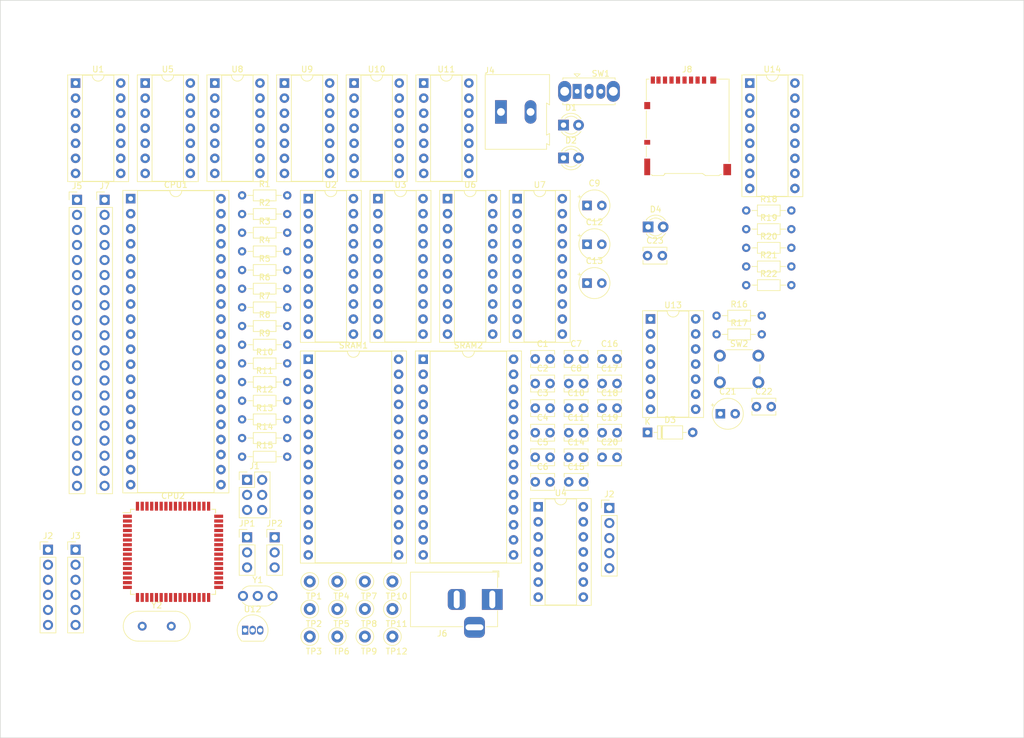
<source format=kicad_pcb>
(kicad_pcb (version 20221018) (generator pcbnew)
  (layers (0 "F.Cu" signal) (31 "B.Cu" signal) (34 "B.Paste" user) (35 "F.Paste" user) (36 "B.SilkS" user "B.Silkscreen") (37 "F.SilkS" user "F.Silkscreen") (38 "B.Mask" user) (39 "F.Mask" user) (44 "Edge.Cuts" user))
  (net 0 "")
  (net 1 "GND")
  (net 2 "VCC")
  (net 3 "Net-(C10-Pad1)")
  (net 4 "Net-(C11-Pad1)")
  (net 5 "+3.3V")
  (net 6 "Net-(D3-A)")
  (net 7 "A11")
  (net 8 "A12")
  (net 9 "A13")
  (net 10 "A14")
  (net 11 "A15")
  (net 12 "4MHz")
  (net 13 "DB4")
  (net 14 "DB3")
  (net 15 "DB5")
  (net 16 "DB6")
  (net 17 "DB2")
  (net 18 "DB7")
  (net 19 "DB0")
  (net 20 "DB1")
  (net 21 "{slash}XINT")
  (net 22 "{slash}NMI")
  (net 23 "{slash}HALT")
  (net 24 "{slash}MREQ")
  (net 25 "{slash}IORQ")
  (net 26 "{slash}RD")
  (net 27 "{slash}WR")
  (net 28 "Net-(CPU1-~{BUSACK})")
  (net 29 "{slash}WAIT")
  (net 30 "Net-(CPU1-~{BUSRQ})")
  (net 31 "{slash}Z80_RESET")
  (net 32 "{slash}M1")
  (net 33 "{slash}RFSH")
  (net 34 "A0")
  (net 35 "A1")
  (net 36 "A2")
  (net 37 "A3")
  (net 38 "A4")
  (net 39 "A5")
  (net 40 "A6")
  (net 41 "A7")
  (net 42 "A8")
  (net 43 "A9")
  (net 44 "A10")
  (net 46 "Net-(CPU2-PE0)")
  (net 47 "Net-(CPU2-PE1)")
  (net 50 "{slash}INTRQ")
  (net 54 "{slash}SS")
  (net 55 "SCK")
  (net 56 "MOSI")
  (net 57 "MISO")
  (net 58 "SW")
  (net 59 "/Reset/{slash}Z80_SWRST")
  (net 62 "/Reset/{slash}AVR_RST")
  (net 63 "Net-(CPU2-XTAL2)")
  (net 64 "Net-(CPU2-XTAL1)")
  (net 65 "{slash}IORD")
  (net 66 "{slash}IOWR")
  (net 67 "RXD1")
  (net 68 "TXD1")
  (net 69 "{slash}CLRWAIT")
  (net 70 "{slash}BUSRQ")
  (net 71 "{slash}BUSACK")
  (net 72 "Net-(CPU2-PC0)")
  (net 73 "Net-(CPU2-PC1)")
  (net 74 "Net-(CPU2-PC2)")
  (net 75 "Net-(CPU2-PC3)")
  (net 76 "Net-(CPU2-PC4)")
  (net 77 "Net-(CPU2-PC5)")
  (net 78 "Net-(CPU2-PC6)")
  (net 79 "Net-(CPU2-PC7)")
  (net 80 "/ALE")
  (net 81 "D7")
  (net 82 "D6")
  (net 83 "D5")
  (net 84 "D4")
  (net 85 "D3")
  (net 86 "D2")
  (net 87 "D1")
  (net 88 "D0")
  (net 89 "Net-(D1-A)")
  (net 90 "Net-(D2-K)")
  (net 91 "Net-(D2-A)")
  (net 92 "Net-(D4-K)")
  (net 93 "Net-(D4-A)")
  (net 94 "Net-(J1-SCK)")
  (net 95 "/Reset/{slash}ISP_RST")
  (net 96 "Net-(J2-Pin_1)")
  (net 97 "Net-(J2-Pin_2)")
  (net 99 "Net-(J2-Pin_3)")
  (net 100 "VBUS")
  (net 104 "Net-(J4-Pin_2)")
  (net 105 "Net-(J6-In)")
  (net 106 "Net-(R14-Pad2)")
  (net 107 "Net-(R17-Pad1)")
  (net 108 "Net-(R22-Pad1)")
  (net 109 "Net-(SRAM1-~{OE})")
  (net 110 "Net-(SRAM1-~{WE})")
  (net 111 "Net-(SRAM2-~{CS})")
  (net 113 "Net-(U3-OE)")
  (net 114 "Net-(U7-CE)")
  (net 115 "Net-(U1-Pad1)")
  (net 116 "Net-(U1-Pad2)")
  (net 117 "Net-(U1-Pad5)")
  (net 118 "Net-(U4-Pad6)")
  (net 119 "Net-(U11A-C)")
  (net 120 "Net-(U10-Pad10)")
  (net 121 "Net-(U11B-D)")
  (net 122 "Net-(U11B-~{Q})")
  (net 124 "Net-(U11B-C)")
  (net 125 "Net-(U13-Pad10)")
  (net 126 "Net-(U11A-D)")
  (net 127 "Net-(U13-Pad3)")
  (net 128 "Net-(U13-Pad12)")
  (net 132 "Net-(J8-CMD)")
  (net 133 "Net-(J8-CLK)")
  (footprint "Resistor_THT:R_Axial_DIN0204_L3.6mm_D1.6mm_P7.62mm_Horizontal" (layer "F.Cu") (at 67.47 67.77)
    (fp_text reference "R4" (at 3.81 -1.92) (layer "F.SilkS"))
    (fp_text value "10K")
    (pad "1" thru_hole circle (at 0 0) (size 1.4 1.4) (drill 0.7) (layers "*.Cu" "*.Mask") (net 2 "VCC"))
    (pad "2" thru_hole oval (at 7.62 0) (size 1.4 1.4) (drill 0.7) (layers "*.Cu" "*.Mask") (net 24 "{slash}MREQ"))
  )
  (footprint "TestPoint:TestPoint_Loop_D2.50mm_Drill1.0mm" (layer "F.Cu") (at 83.54 128.12)
    (fp_text reference "TP5" (at 0.7 2.5) (layer "F.SilkS"))
    (fp_text value "/MRD")
    (pad "1" thru_hole circle (at 0 0) (size 2 2) (drill 1) (layers "*.Cu" "*.Mask") (net 109 "Net-(SRAM1-~{OE})"))
  )
  (footprint "Resistor_THT:R_Axial_DIN0204_L3.6mm_D1.6mm_P7.62mm_Horizontal" (layer "F.Cu") (at 152.54 70.32)
    (fp_text reference "R21" (at 3.81 -1.92) (layer "F.SilkS"))
    (fp_text value "10K")
    (pad "1" thru_hole circle (at 0 0) (size 1.4 1.4) (drill 0.7) (layers "*.Cu" "*.Mask") (net 55 "SCK"))
    (pad "2" thru_hole oval (at 7.62 0) (size 1.4 1.4) (drill 0.7) (layers "*.Cu" "*.Mask") (net 1 "GND"))
  )
  (footprint "Package_DIP:DIP-40_W15.24mm_Socket" (layer "F.Cu") (at 48.67 58.87)
    (fp_text reference "CPU1" (at 7.62 -2.33) (layer "F.SilkS"))
    (fp_text value "Z80A")
    (pad "1" thru_hole rect (at 0 0) (size 1.6 1.6) (drill 0.8) (layers "*.Cu" "*.Mask") (net 7 "A11"))
    (pad "2" thru_hole oval (at 0 2.54) (size 1.6 1.6) (drill 0.8) (layers "*.Cu" "*.Mask") (net 8 "A12"))
    (pad "3" thru_hole oval (at 0 5.08) (size 1.6 1.6) (drill 0.8) (layers "*.Cu" "*.Mask") (net 9 "A13"))
    (pad "4" thru_hole oval (at 0 7.62) (size 1.6 1.6) (drill 0.8) (layers "*.Cu" "*.Mask") (net 10 "A14"))
    (pad "5" thru_hole oval (at 0 10.16) (size 1.6 1.6) (drill 0.8) (layers "*.Cu" "*.Mask") (net 11 "A15"))
    (pad "6" thru_hole oval (at 0 12.7) (size 1.6 1.6) (drill 0.8) (layers "*.Cu" "*.Mask") (net 12 "4MHz"))
    (pad "7" thru_hole oval (at 0 15.24) (size 1.6 1.6) (drill 0.8) (layers "*.Cu" "*.Mask") (net 13 "DB4"))
    (pad "8" thru_hole oval (at 0 17.78) (size 1.6 1.6) (drill 0.8) (layers "*.Cu" "*.Mask") (net 14 "DB3"))
    (pad "9" thru_hole oval (at 0 20.32) (size 1.6 1.6) (drill 0.8) (layers "*.Cu" "*.Mask") (net 15 "DB5"))
    (pad "10" thru_hole oval (at 0 22.86) (size 1.6 1.6) (drill 0.8) (layers "*.Cu" "*.Mask") (net 16 "DB6"))
    (pad "11" thru_hole oval (at 0 25.4) (size 1.6 1.6) (drill 0.8) (layers "*.Cu" "*.Mask") (net 2 "VCC"))
    (pad "12" thru_hole oval (at 0 27.94) (size 1.6 1.6) (drill 0.8) (layers "*.Cu" "*.Mask") (net 17 "DB2"))
    (pad "13" thru_hole oval (at 0 30.48) (size 1.6 1.6) (drill 0.8) (layers "*.Cu" "*.Mask") (net 18 "DB7"))
    (pad "14" thru_hole oval (at 0 33.02) (size 1.6 1.6) (drill 0.8) (layers "*.Cu" "*.Mask") (net 19 "DB0"))
    (pad "15" thru_hole oval (at 0 35.56) (size 1.6 1.6) (drill 0.8) (layers "*.Cu" "*.Mask") (net 20 "DB1"))
    (pad "16" thru_hole oval (at 0 38.1) (size 1.6 1.6) (drill 0.8) (layers "*.Cu" "*.Mask") (net 21 "{slash}XINT"))
    (pad "17" thru_hole oval (at 0 40.64) (size 1.6 1.6) (drill 0.8) (layers "*.Cu" "*.Mask") (net 22 "{slash}NMI"))
    (pad "18" thru_hole oval (at 0 43.18) (size 1.6 1.6) (drill 0.8) (layers "*.Cu" "*.Mask") (net 23 "{slash}HALT"))
    (pad "19" thru_hole oval (at 0 45.72) (size 1.6 1.6) (drill 0.8) (layers "*.Cu" "*.Mask") (net 24 "{slash}MREQ"))
    (pad "20" thru_hole oval (at 0 48.26) (size 1.6 1.6) (drill 0.8) (layers "*.Cu" "*.Mask") (net 25 "{slash}IORQ"))
    (pad "21" thru_hole oval (at 15.24 48.26) (size 1.6 1.6) (drill 0.8) (layers "*.Cu" "*.Mask") (net 26 "{slash}RD"))
    (pad "22" thru_hole oval (at 15.24 45.72) (size 1.6 1.6) (drill 0.8) (layers "*.Cu" "*.Mask") (net 27 "{slash}WR"))
    (pad "23" thru_hole oval (at 15.24 43.18) (size 1.6 1.6) (drill 0.8) (layers "*.Cu" "*.Mask") (net 28 "Net-(CPU1-~{BUSACK})"))
    (pad "24" thru_hole oval (at 15.24 40.64) (size 1.6 1.6) (drill 0.8) (layers "*.Cu" "*.Mask") (net 29 "{slash}WAIT"))
    (pad "25" thru_hole oval (at 15.24 38.1) (size 1.6 1.6) (drill 0.8) (layers "*.Cu" "*.Mask") (net 30 "Net-(CPU1-~{BUSRQ})"))
    (pad "26" thru_hole oval (at 15.24 35.56) (size 1.6 1.6) (drill 0.8) (layers "*.Cu" "*.Mask") (net 31 "{slash}Z80_RESET"))
    (pad "27" thru_hole oval (at 15.24 33.02) (size 1.6 1.6) (drill 0.8) (layers "*.Cu" "*.Mask") (net 32 "{slash}M1"))
    (pad "28" thru_hole oval (at 15.24 30.48) (size 1.6 1.6) (drill 0.8) (layers "*.Cu" "*.Mask") (net 33 "{slash}RFSH"))
    (pad "29" thru_hole oval (at 15.24 27.94) (size 1.6 1.6) (drill 0.8) (layers "*.Cu" "*.Mask") (net 1 "GND"))
    (pad "30" thru_hole oval (at 15.24 25.4) (size 1.6 1.6) (drill 0.8) (layers "*.Cu" "*.Mask") (net 34 "A0"))
    (pad "31" thru_hole oval (at 15.24 22.86) (size 1.6 1.6) (drill 0.8) (layers "*.Cu" "*.Mask") (net 35 "A1"))
    (pad "32" thru_hole oval (at 15.24 20.32) (size 1.6 1.6) (drill 0.8) (layers "*.Cu" "*.Mask") (net 36 "A2"))
    (pad "33" thru_hole oval (at 15.24 17.78) (size 1.6 1.6) (drill 0.8) (layers "*.Cu" "*.Mask") (net 37 "A3"))
    (pad "34" thru_hole oval (at 15.24 15.24) (size 1.6 1.6) (drill 0.8) (layers "*.Cu" "*.Mask") (net 38 "A4"))
    (pad "35" thru_hole oval (at 15.24 12.7) (size 1.6 1.6) (drill 0.8) (layers "*.Cu" "*.Mask") (net 39 "A5"))
    (pad "36" thru_hole oval (at 15.24 10.16) (size 1.6 1.6) (drill 0.8) (layers "*.Cu" "*.Mask") (net 40 "A6"))
    (pad "37" thru_hole oval (at 15.24 7.62) (size 1.6 1.6) (drill 0.8) (layers "*.Cu" "*.Mask") (net 41 "A7"))
    (pad "38" thru_hole oval (at 15.24 5.08) (size 1.6 1.6) (drill 0.8) (layers "*.Cu" "*.Mask") (net 42 "A8"))
    (pad "39" thru_hole oval (at 15.24 2.54) (size 1.6 1.6) (drill 0.8) (layers "*.Cu" "*.Mask") (net 43 "A9"))
    (pad "40" thru_hole oval (at 15.24 0) (size 1.6 1.6) (drill 0.8) (layers "*.Cu" "*.Mask") (net 44 "A10"))
  )
  (footprint "Package_DIP:DIP-14_W7.62mm_Socket" (layer "F.Cu") (at 62.87 39.37)
    (fp_text reference "U8" (at 3.81 -2.33) (layer "F.SilkS"))
    (fp_text value "74HC32")
    (pad "1" thru_hole rect (at 0 0) (size 1.6 1.6) (drill 0.8) (layers "*.Cu" "*.Mask") (net 41 "A7"))
    (pad "2" thru_hole oval (at 0 2.54) (size 1.6 1.6) (drill 0.8) (layers "*.Cu" "*.Mask") (net 25 "{slash}IORQ"))
    (pad "3" thru_hole oval (at 0 5.08) (size 1.6 1.6) (drill 0.8) (layers "*.Cu" "*.Mask") (net 120 "Net-(U10-Pad10)"))
    (pad "4" thru_hole oval (at 0 7.62) (size 1.6 1.6) (drill 0.8) (layers "*.Cu" "*.Mask") (net 32 "{slash}M1"))
    (pad "5" thru_hole oval (at 0 10.16) (size 1.6 1.6) (drill 0.8) (layers "*.Cu" "*.Mask") (net 25 "{slash}IORQ"))
    (pad "6" thru_hole oval (at 0 12.7) (size 1.6 1.6) (drill 0.8) (layers "*.Cu" "*.Mask") (net 50 "{slash}INTRQ"))
    (pad "7" thru_hole oval (at 0 15.24) (size 1.6 1.6) (drill 0.8) (layers "*.Cu" "*.Mask") (net 1 "GND"))
    (pad "8" thru_hole oval (at 7.62 15.24) (size 1.6 1.6) (drill 0.8) (layers "*.Cu" "*.Mask") (net 121 "Net-(U11B-D)"))
    (pad "9" thru_hole oval (at 7.62 12.7) (size 1.6 1.6) (drill 0.8) (layers "*.Cu" "*.Mask") (net 25 "{slash}IORQ"))
    (pad "10" thru_hole oval (at 7.62 10.16) (size 1.6 1.6) (drill 0.8) (layers "*.Cu" "*.Mask") (net 122 "Net-(U11B-~{Q})"))
    (pad "11" thru_hole oval (at 7.62 7.62) (size 1.6 1.6) (drill 0.8) (layers "*.Cu" "*.Mask"))
    (pad "12" thru_hole oval (at 7.62 5.08) (size 1.6 1.6) (drill 0.8) (layers "*.Cu" "*.Mask") (net 1 "GND"))
    (pad "13" thru_hole oval (at 7.62 2.54) (size 1.6 1.6) (drill 0.8) (layers "*.Cu" "*.Mask") (net 1 "GND"))
    (pad "14" thru_hole oval (at 7.62 0) (size 1.6 1.6) (drill 0.8) (layers "*.Cu" "*.Mask") (net 2 "VCC"))
  )
  (footprint "TestPoint:TestPoint_Loop_D2.50mm_Drill1.0mm" (layer "F.Cu") (at 78.89 128.12)
    (fp_text reference "TP2" (at 0.7 2.5) (layer "F.SilkS"))
    (fp_text value "/IOWR")
    (pad "1" thru_hole circle (at 0 0) (size 2 2) (drill 1) (layers "*.Cu" "*.Mask") (net 66 "{slash}IOWR"))
  )
  (footprint "Capacitor_THT:C_Disc_D3.8mm_W2.6mm_P2.50mm" (layer "F.Cu") (at 128.24 94.22)
    (fp_text reference "C18" (at 1.25 -2.55) (layer "F.SilkS"))
    (fp_text value "0.1u")
    (pad "1" thru_hole circle (at 0 0) (size 1.6 1.6) (drill 0.8) (layers "*.Cu" "*.Mask") (net 2 "VCC"))
    (pad "2" thru_hole circle (at 2.5 0) (size 1.6 1.6) (drill 0.8) (layers "*.Cu" "*.Mask") (net 1 "GND"))
  )
  (footprint "Package_DIP:DIP-14_W7.62mm_Socket" (layer "F.Cu") (at 117.44 110.87)
    (fp_text reference "U4" (at 3.81 -2.33) (layer "F.SilkS"))
    (fp_text value "74HC04")
    (pad "1" thru_hole rect (at 0 0) (size 1.6 1.6) (drill 0.8) (layers "*.Cu" "*.Mask") (net 71 "{slash}BUSACK"))
    (pad "2" thru_hole oval (at 0 2.54) (size 1.6 1.6) (drill 0.8) (layers "*.Cu" "*.Mask") (net 115 "Net-(U1-Pad1)"))
    (pad "3" thru_hole oval (at 0 5.08) (size 1.6 1.6) (drill 0.8) (layers "*.Cu" "*.Mask") (net 11 "A15"))
    (pad "4" thru_hole oval (at 0 7.62) (size 1.6 1.6) (drill 0.8) (layers "*.Cu" "*.Mask") (net 111 "Net-(SRAM2-~{CS})"))
    (pad "5" thru_hole oval (at 0 10.16) (size 1.6 1.6) (drill 0.8) (layers "*.Cu" "*.Mask") (net 95 "/Reset/{slash}ISP_RST"))
    (pad "6" thru_hole oval (at 0 12.7) (size 1.6 1.6) (drill 0.8) (layers "*.Cu" "*.Mask") (net 118 "Net-(U4-Pad6)"))
    (pad "7" thru_hole oval (at 0 15.24) (size 1.6 1.6) (drill 0.8) (layers "*.Cu" "*.Mask") (net 1 "GND"))
    (pad "8" thru_hole oval (at 7.62 15.24) (size 1.6 1.6) (drill 0.8) (layers "*.Cu" "*.Mask") (net 4 "Net-(C11-Pad1)"))
    (pad "9" thru_hole oval (at 7.62 12.7) (size 1.6 1.6) (drill 0.8) (layers "*.Cu" "*.Mask") (net 3 "Net-(C10-Pad1)"))
    (pad "10" thru_hole oval (at 7.62 10.16) (size 1.6 1.6) (drill 0.8) (layers "*.Cu" "*.Mask") (net 119 "Net-(U11A-C)"))
    (pad "11" thru_hole oval (at 7.62 7.62) (size 1.6 1.6) (drill 0.8) (layers "*.Cu" "*.Mask") (net 106 "Net-(R14-Pad2)"))
    (pad "12" thru_hole oval (at 7.62 5.08) (size 1.6 1.6) (drill 0.8) (layers "*.Cu" "*.Mask") (net 90 "Net-(D2-K)"))
    (pad "13" thru_hole oval (at 7.62 2.54) (size 1.6 1.6) (drill 0.8) (layers "*.Cu" "*.Mask") (net 71 "{slash}BUSACK"))
    (pad "14" thru_hole oval (at 7.62 0) (size 1.6 1.6) (drill 0.8) (layers "*.Cu" "*.Mask") (net 2 "VCC"))
  )
  (footprint "Capacitor_THT:C_Disc_D3.8mm_W2.6mm_P2.50mm" (layer "F.Cu") (at 128.24 98.37)
    (fp_text reference "C19" (at 1.25 -2.55) (layer "F.SilkS"))
    (fp_text value "0.1u")
    (pad "1" thru_hole circle (at 0 0) (size 1.6 1.6) (drill 0.8) (layers "*.Cu" "*.Mask") (net 2 "VCC"))
    (pad "2" thru_hole circle (at 2.5 0) (size 1.6 1.6) (drill 0.8) (layers "*.Cu" "*.Mask") (net 1 "GND"))
  )
  (footprint "TestPoint:TestPoint_Loop_D2.50mm_Drill1.0mm" (layer "F.Cu") (at 92.84 132.77)
    (fp_text reference "TP12" (at 0.7 2.5) (layer "F.SilkS"))
    (fp_text value "3.3V")
    (pad "1" thru_hole circle (at 0 0) (size 2 2) (drill 1) (layers "*.Cu" "*.Mask") (net 5 "+3.3V"))
  )
  (footprint "Capacitor_THT:C_Disc_D3.8mm_W2.6mm_P2.50mm" (layer "F.Cu") (at 135.89 68.49)
    (fp_text reference "C23" (at 1.25 -2.55) (layer "F.SilkS"))
    (fp_text value "0.1u")
    (pad "1" thru_hole circle (at 0 0) (size 1.6 1.6) (drill 0.8) (layers "*.Cu" "*.Mask") (net 5 "+3.3V"))
    (pad "2" thru_hole circle (at 2.5 0) (size 1.6 1.6) (drill 0.8) (layers "*.Cu" "*.Mask") (net 1 "GND"))
  )
  (footprint "TestPoint:TestPoint_Loop_D2.50mm_Drill1.0mm" (layer "F.Cu") (at 83.54 123.47)
    (fp_text reference "TP4" (at 0.7 2.5) (layer "F.SilkS"))
    (fp_text value "/MWR")
    (pad "1" thru_hole circle (at 0 0) (size 2 2) (drill 1) (layers "*.Cu" "*.Mask") (net 110 "Net-(SRAM1-~{WE})"))
  )
  (footprint "Capacitor_THT:C_Disc_D3.8mm_W2.6mm_P2.50mm" (layer "F.Cu") (at 122.59 106.67)
    (fp_text reference "C15" (at 1.25 -2.55) (layer "F.SilkS"))
    (fp_text value "0.1u")
    (pad "1" thru_hole circle (at 0 0) (size 1.6 1.6) (drill 0.8) (layers "*.Cu" "*.Mask") (net 2 "VCC"))
    (pad "2" thru_hole circle (at 2.5 0) (size 1.6 1.6) (drill 0.8) (layers "*.Cu" "*.Mask") (net 1 "GND"))
  )
  (footprint "Resistor_THT:R_Axial_DIN0204_L3.6mm_D1.6mm_P7.62mm_Horizontal" (layer "F.Cu") (at 67.47 61.47)
    (fp_text reference "R2" (at 3.81 -1.92) (layer "F.SilkS"))
    (fp_text value "10K")
    (pad "1" thru_hole circle (at 0 0) (size 1.4 1.4) (drill 0.7) (layers "*.Cu" "*.Mask") (net 2 "VCC"))
    (pad "2" thru_hole oval (at 7.62 0) (size 1.4 1.4) (drill 0.7) (layers "*.Cu" "*.Mask") (net 22 "{slash}NMI"))
  )
  (footprint "TestPoint:TestPoint_Loop_D2.50mm_Drill1.0mm" (layer "F.Cu") (at 92.84 123.47)
    (fp_text reference "TP10" (at 0.7 2.5) (layer "F.SilkS"))
    (fp_text value "/CLRWAIT")
    (pad "1" thru_hole circle (at 0 0) (size 2 2) (drill 1) (layers "*.Cu" "*.Mask") (net 69 "{slash}CLRWAIT"))
  )
  (footprint "Package_DIP:DIP-14_W7.62mm_Socket" (layer "F.Cu") (at 136.39 79.17)
    (fp_text reference "U13" (at 3.81 -2.33) (layer "F.SilkS"))
    (fp_text value "74HC132")
    (pad "1" thru_hole rect (at 0 0) (size 1.6 1.6) (drill 0.8) (layers "*.Cu" "*.Mask") (net 6 "Net-(D3-A)"))
    (pad "2" thru_hole oval (at 0 2.54) (size 1.6 1.6) (drill 0.8) (layers "*.Cu" "*.Mask") (net 6 "Net-(D3-A)"))
    (pad "3" thru_hole oval (at 0 5.08) (size 1.6 1.6) (drill 0.8) (layers "*.Cu" "*.Mask") (net 127 "Net-(U13-Pad3)"))
    (pad "4" thru_hole oval (at 0 7.62) (size 1.6 1.6) (drill 0.8) (layers "*.Cu" "*.Mask") (net 127 "Net-(U13-Pad3)"))
    (pad "5" thru_hole oval (at 0 10.16) (size 1.6 1.6) (drill 0.8) (layers "*.Cu" "*.Mask") (net 127 "Net-(U13-Pad3)"))
    (pad "6" thru_hole oval (at 0 12.7) (size 1.6 1.6) (drill 0.8) (layers "*.Cu" "*.Mask") (net 125 "Net-(U13-Pad10)"))
    (pad "7" thru_hole oval (at 0 15.24) (size 1.6 1.6) (drill 0.8) (layers "*.Cu" "*.Mask") (net 1 "GND"))
    (pad "8" thru_hole oval (at 7.62 15.24) (size 1.6 1.6) (drill 0.8) (layers "*.Cu" "*.Mask") (net 128 "Net-(U13-Pad12)"))
    (pad "9" thru_hole oval (at 7.62 12.7) (size 1.6 1.6) (drill 0.8) (layers "*.Cu" "*.Mask") (net 95 "/Reset/{slash}ISP_RST"))
    (pad "10" thru_hole oval (at 7.62 10.16) (size 1.6 1.6) (drill 0.8) (layers "*.Cu" "*.Mask") (net 125 "Net-(U13-Pad10)"))
    (pad "11" thru_hole oval (at 7.62 7.62) (size 1.6 1.6) (drill 0.8) (layers "*.Cu" "*.Mask") (net 62 "/Reset/{slash}AVR_RST"))
    (pad "12" thru_hole oval (at 7.62 5.08) (size 1.6 1.6) (drill 0.8) (layers "*.Cu" "*.Mask") (net 128 "Net-(U13-Pad12)"))
    (pad "13" thru_hole oval (at 7.62 2.54) (size 1.6 1.6) (drill 0.8) (layers "*.Cu" "*.Mask") (net 128 "Net-(U13-Pad12)"))
    (pad "14" thru_hole oval (at 7.62 0) (size 1.6 1.6) (drill 0.8) (layers "*.Cu" "*.Mask") (net 2 "VCC"))
  )
  (footprint "Connector_PinHeader_2.54mm:PinHeader_1x03_P2.54mm_Vertical" (layer "F.Cu") (at 68.32 116.02)
    (fp_text reference "JP1" (at 0 -2.33) (layer "F.SilkS"))
    (fp_text value "Disable Z80")
    (pad "1" thru_hole rect (at 0 0) (size 1.7 1.7) (drill 1) (layers "*.Cu" "*.Mask") (net 1 "GND"))
    (pad "2" thru_hole oval (at 0 2.54) (size 1.7 1.7) (drill 1) (layers "*.Cu" "*.Mask") (net 30 "Net-(CPU1-~{BUSRQ})"))
    (pad "3" thru_hole oval (at 0 5.08) (size 1.7 1.7) (drill 1) (layers "*.Cu" "*.Mask") (net 70 "{slash}BUSRQ"))
  )
  (footprint "TestPoint:TestPoint_Loop_D2.50mm_Drill1.0mm" (layer "F.Cu") (at 88.19 123.47)
    (fp_text reference "TP7" (at 0.7 2.5) (layer "F.SilkS"))
    (fp_text value "5V")
    (pad "1" thru_hole circle (at 0 0) (size 2 2) (drill 1) (layers "*.Cu" "*.Mask") (net 2 "VCC"))
  )
  (footprint "Connector_PinHeader_2.54mm:PinHeader_2x03_P2.54mm_Vertical" (layer "F.Cu") (at 68.32 106.32)
    (fp_text reference "J1" (at 1.27 -2.33) (layer "F.SilkS"))
    (fp_text value "AVR-ISP-6")
    (pad "1" thru_hole rect (at 0 0) (size 1.7 1.7) (drill 1) (layers "*.Cu" "*.Mask") (net 47 "Net-(CPU2-PE1)"))
    (pad "2" thru_hole oval (at 2.54 0) (size 1.7 1.7) (drill 1) (layers "*.Cu" "*.Mask") (net 2 "VCC"))
    (pad "3" thru_hole oval (at 0 2.54) (size 1.7 1.7) (drill 1) (layers "*.Cu" "*.Mask") (net 94 "Net-(J1-SCK)"))
    (pad "4" thru_hole oval (at 2.54 2.54) (size 1.7 1.7) (drill 1) (layers "*.Cu" "*.Mask") (net 46 "Net-(CPU2-PE0)"))
    (pad "5" thru_hole oval (at 0 5.08) (size 1.7 1.7) (drill 1) (layers "*.Cu" "*.Mask") (net 95 "/Reset/{slash}ISP_RST"))
    (pad "6" thru_hole oval (at 2.54 5.08) (size 1.7 1.7) (drill 1) (layers "*.Cu" "*.Mask") (net 1 "GND"))
  )
  (footprint "Capacitor_THT:C_Disc_D3.8mm_W2.6mm_P2.50mm" (layer "F.Cu") (at 116.94 90.07)
    (fp_text reference "C2" (at 1.25 -2.55) (layer "F.SilkS"))
    (fp_text value "0.1u")
    (pad "1" thru_hole circle (at 0 0) (size 1.6 1.6) (drill 0.8) (layers "*.Cu" "*.Mask") (net 1 "GND"))
    (pad "2" thru_hole circle (at 2.5 0) (size 1.6 1.6) (drill 0.8) (layers "*.Cu" "*.Mask") (net 2 "VCC"))
  )
  (footprint "TestPoint:TestPoint_Loop_D2.50mm_Drill1.0mm" (layer "F.Cu") (at 88.19 132.77)
    (fp_text reference "TP9" (at 0.7 2.5) (layer "F.SilkS"))
    (fp_text value "GND")
    (pad "1" thru_hole circle (at 0 0) (size 2 2) (drill 1) (layers "*.Cu" "*.Mask") (net 1 "GND"))
  )
  (footprint "Resistor_THT:R_Axial_DIN0204_L3.6mm_D1.6mm_P7.62mm_Horizontal" (layer "F.Cu") (at 67.47 64.62)
    (fp_text reference "R3" (at 3.81 -1.92) (layer "F.SilkS"))
    (fp_text value "10K")
    (pad "1" thru_hole circle (at 0 0) (size 1.4 1.4) (drill 0.7) (layers "*.Cu" "*.Mask") (net 2 "VCC"))
    (pad "2" thru_hole oval (at 7.62 0) (size 1.4 1.4) (drill 0.7) (layers "*.Cu" "*.Mask") (net 21 "{slash}XINT"))
  )
  (footprint "Capacitor_THT:CP_Radial_Tantal_D5.0mm_P2.50mm" (layer "F.Cu") (at 125.679775 60.02)
    (fp_text reference "C9" (at 1.25 -3.75) (layer "F.SilkS"))
    (fp_text value "100u")
    (pad "1" thru_hole rect (at 0 0) (size 1.6 1.6) (drill 0.8) (layers "*.Cu" "*.Mask") (net 2 "VCC"))
    (pad "2" thru_hole circle (at 2.5 0) (size 1.6 1.6) (drill 0.8) (layers "*.Cu" "*.Mask") (net 1 "GND"))
  )
  (footprint "Crystal:Crystal_HC18-U_Vertical" (layer "F.Cu") (at 50.62 131.02)
    (fp_text reference "Y2" (at 2.45 -3.525) (layer "F.SilkS"))
    (fp_text value "8MHz")
    (pad "1" thru_hole circle (at 0 0) (size 1.5 1.5) (drill 0.8) (layers "*.Cu" "*.Mask") (net 3 "Net-(C10-Pad1)"))
    (pad "2" thru_hole circle (at 4.9 0) (size 1.5 1.5) (drill 0.8) (layers "*.Cu" "*.Mask") (net 4 "Net-(C11-Pad1)"))
  )
  (footprint "Resistor_THT:R_Axial_DIN0204_L3.6mm_D1.6mm_P7.62mm_Horizontal" (layer "F.Cu") (at 67.47 89.82)
    (fp_text reference "R11" (at 3.81 -1.92) (layer "F.SilkS"))
    (fp_text value "1K")
    (pad "1" thru_hole circle (at 0 0) (size 1.4 1.4) (drill 0.7) (layers "*.Cu" "*.Mask") (net 89 "Net-(D1-A)"))
    (pad "2" thru_hole oval (at 7.62 0) (size 1.4 1.4) (drill 0.7) (layers "*.Cu" "*.Mask") (net 2 "VCC"))
  )
  (footprint "Resistor_THT:R_Axial_DIN0204_L3.6mm_D1.6mm_P7.62mm_Horizontal" (layer "F.Cu") (at 67.47 92.97)
    (fp_text reference "R12" (at 3.81 -1.92) (layer "F.SilkS"))
    (fp_text value "10K")
    (pad "1" thru_hole circle (at 0 0) (size 1.4 1.4) (drill 0.7) (layers "*.Cu" "*.Mask") (net 2 "VCC"))
    (pad "2" thru_hole oval (at 7.62 0) (size 1.4 1.4) (drill 0.7) (layers "*.Cu" "*.Mask") (net 69 "{slash}CLRWAIT"))
  )
  (footprint "Package_DIP:DIP-20_W7.62mm_Socket" (layer "F.Cu") (at 113.89 58.87)
    (fp_text reference "U7" (at 3.81 -2.33) (layer "F.SilkS"))
    (fp_text value "74HCT245")
    (pad "1" thru_hole rect (at 0 0) (size 1.6 1.6) (drill 0.8) (layers "*.Cu" "*.Mask") (net 27 "{slash}WR"))
    (pad "2" thru_hole oval (at 0 2.54) (size 1.6 1.6) (drill 0.8) (layers "*.Cu" "*.Mask") (net 88 "D0"))
    (pad "3" thru_hole oval (at 0 5.08) (size 1.6 1.6) (drill 0.8) (layers "*.Cu" "*.Mask") (net 87 "D1"))
    (pad "4" thru_hole oval (at 0 7.62) (size 1.6 1.6) (drill 0.8) (layers "*.Cu" "*.Mask") (net 86 "D2"))
    (pad "5" thru_hole oval (at 0 10.16) (size 1.6 1.6) (drill 0.8) (layers "*.Cu" "*.Mask") (net 85 "D3"))
    (pad "6" thru_hole oval (at 0 12.7) (size 1.6 1.6) (drill 0.8) (layers "*.Cu" "*.Mask") (net 84 "D4"))
    (pad "7" thru_hole oval (at 0 15.24) (size 1.6 1.6) (drill 0.8) (layers "*.Cu" "*.Mask") (net 83 "D5"))
    (pad "8" thru_hole oval (at 0 17.78) (size 1.6 1.6) (drill 0.8) (layers "*.Cu" "*.Mask") (net 82 "D6"))
    (pad "9" thru_hole oval (at 0 20.32) (size 1.6 1.6) (drill 0.8) (layers "*.Cu" "*.Mask") (net 81 "D7"))
    (pad "10" thru_hole oval (at 0 22.86) (size 1.6 1.6) (drill 0.8) (layers "*.Cu" "*.Mask") (net 1 "GND"))
    (pad "11" thru_hole oval (at 7.62 22.86) (size 1.6 1.6) (drill 0.8) (layers "*.Cu" "*.Mask") (net 18 "DB7"))
    (pad "12" thru_hole oval (at 7.62 20.32) (size 1.6 1.6) (drill 0.8) (layers "*.Cu" "*.Mask") (net 16 "DB6"))
    (pad "13" thru_hole oval (at 7.62 17.78) (size 1.6 1.6) (drill 0.8) (layers "*.Cu" "*.Mask") (net 15 "DB5"))
    (pad "14" thru_hole oval (at 7.62 15.24) (size 1.6 1.6) (drill 0.8) (layers "*.Cu" "*.Mask") (net 13 "DB4"))
    (pad "15" thru_hole oval (at 7.62 12.7) (size 1.6 1.6) (drill 0.8) (layers "*.Cu" "*.Mask") (net 14 "DB3"))
    (pad "16" thru_hole oval (at 7.62 10.16) (size 1.6 1.6) (drill 0.8) (layers "*.Cu" "*.Mask") (net 17 "DB2"))
    (pad "17" thru_hole oval (at 7.62 7.62) (size 1.6 1.6) (drill 0.8) (layers "*.Cu" "*.Mask") (net 20 "DB1"))
    (pad "18" thru_hole oval (at 7.62 5.08) (size 1.6 1.6) (drill 0.8) (layers "*.Cu" "*.Mask") (net 19 "DB0"))
    (pad "19" thru_hole oval (at 7.62 2.54) (size 1.6 1.6) (drill 0.8) (layers "*.Cu" "*.Mask") (net 114 "Net-(U7-CE)"))
    (pad "20" thru_hole oval (at 7.62 0) (size 1.6 1.6) (drill 0.8) (layers "*.Cu" "*.Mask") (net 2 "VCC"))
  )
  (footprint "Connector_PinHeader_2.54mm:PinHeader_1x03_P2.54mm_Vertical" (layer "F.Cu") (at 72.97 116.02)
    (fp_text reference "JP2" (at 0 -2.33) (layer "F.SilkS"))
    (fp_text value "DC-IN SEL")
    (pad "1" thru_hole rect (at 0 0) (size 1.7 1.7) (drill 1) (layers "*.Cu" "*.Mask") (net 105 "Net-(J6-In)"))
    (pad "2" thru_hole oval (at 0 2.54) (size 1.7 1.7) (drill 1) (layers "*.Cu" "*.Mask") (net 100 "VBUS"))
    (pad "3" thru_hole oval (at 0 5.08) (size 1.7 1.7) (drill 1) (layers "*.Cu" "*.Mask") (net 104 "Net-(J4-Pin_2)"))
  )
  (footprint "Package_QFP:TQFP-64_14x14mm_P0.8mm" (layer "F.Cu") (at 55.82 118.47)
    (fp_text reference "CPU2" (at 0 -9.45) (layer "F.SilkS"))
    (fp_text value "ATmega128-16A")
    (pad "1" smd rect (at -7.7 -6) (size 1.5 0.55) (layers "F.Cu" "F.Paste" "F.Mask"))
    (pad "2" smd rect (at -7.7 -5.2) (size 1.5 0.55) (layers "F.Cu" "F.Paste" "F.Mask") (net 46 "Net-(CPU2-PE0)"))
    (pad "3" smd rect (at -7.7 -4.4) (size 1.5 0.55) (layers "F.Cu" "F.Paste" "F.Mask") (net 47 "Net-(CPU2-PE1)"))
    (pad "4" smd rect (at -7.7 -3.6) (size 1.5 0.55) (layers "F.Cu" "F.Paste" "F.Mask"))
    (pad "5" smd rect (at -7.7 -2.8) (size 1.5 0.55) (layers "F.Cu" "F.Paste" "F.Mask"))
    (pad "6" smd rect (at -7.7 -2) (size 1.5 0.55) (layers "F.Cu" "F.Paste" "F.Mask") (net 50 "{slash}INTRQ"))
    (pad "7" smd rect (at -7.7 -1.2) (size 1.5 0.55) (layers "F.Cu" "F.Paste" "F.Mask"))
    (pad "8" smd rect (at -7.7 -0.4) (size 1.5 0.55) (layers "F.Cu" "F.Paste" "F.Mask"))
    (pad "9" smd rect (at -7.7 0.4) (size 1.5 0.55) (layers "F.Cu" "F.Paste" "F.Mask"))
    (pad "10" smd rect (at -7.7 1.2) (size 1.5 0.55) (layers "F.Cu" "F.Paste" "F.Mask") (net 54 "{slash}SS"))
    (pad "11" smd rect (at -7.7 2) (size 1.5 0.55) (layers "F.Cu" "F.Paste" "F.Mask") (net 55 "SCK"))
    (pad "12" smd rect (at -7.7 2.8) (size 1.5 0.55) (layers "F.Cu" "F.Paste" "F.Mask") (net 56 "MOSI"))
    (pad "13" smd rect (at -7.7 3.6) (size 1.5 0.55) (layers "F.Cu" "F.Paste" "F.Mask") (net 57 "MISO"))
    (pad "14" smd rect (at -7.7 4.4) (size 1.5 0.55) (layers "F.Cu" "F.Paste" "F.Mask") (net 58 "SW"))
    (pad "15" smd rect (at -7.7 5.2) (size 1.5 0.55) (layers "F.Cu" "F.Paste" "F.Mask") (net 59 "/Reset/{slash}Z80_SWRST"))
    (pad "16" smd rect (at -7.7 6) (size 1.5 0.55) (layers "F.Cu" "F.Paste" "F.Mask") (net 22 "{slash}NMI"))
    (pad "17" smd rect (at -6 7.7 90) (size 1.5 0.55) (layers "F.Cu" "F.Paste" "F.Mask") (net 23 "{slash}HALT"))
    (pad "18" smd rect (at -5.2 7.7 90) (size 1.5 0.55) (layers "F.Cu" "F.Paste" "F.Mask"))
    (pad "19" smd rect (at -4.4 7.7 90) (size 1.5 0.55) (layers "F.Cu" "F.Paste" "F.Mask"))
    (pad "20" smd rect (at -3.6 7.7 90) (size 1.5 0.55) (layers "F.Cu" "F.Paste" "F.Mask") (net 62 "/Reset/{slash}AVR_RST"))
    (pad "21" smd rect (at -2.8 7.7 90) (size 1.5 0.55) (layers "F.Cu" "F.Paste" "F.Mask") (net 2 "VCC"))
    (pad "22" smd rect (at -2 7.7 90) (size 1.5 0.55) (layers "F.Cu" "F.Paste" "F.Mask") (net 1 "GND"))
    (pad "23" smd rect (at -1.2 7.7 90) (size 1.5 0.55) (layers "F.Cu" "F.Paste" "F.Mask") (net 63 "Net-(CPU2-XTAL2)"))
    (pad "24" smd rect (at -0.4 7.7 90) (size 1.5 0.55) (layers "F.Cu" "F.Paste" "F.Mask") (net 64 "Net-(CPU2-XTAL1)"))
    (pad "25" smd rect (at 0.4 7.7 90) (size 1.5 0.55) (layers "F.Cu" "F.Paste" "F.Mask") (net 65 "{slash}IORD"))
    (pad "26" smd rect (at 1.2 7.7 90) (size 1.5 0.55) (layers "F.Cu" "F.Paste" "F.Mask") (net 66 "{slash}IOWR"))
    (pad "27" smd rect (at 2 7.7 90) (size 1.5 0.55) (layers "F.Cu" "F.Paste" "F.Mask") (net 67 "RXD1"))
    (pad "28" smd rect (at 2.8 7.7 90) (size 1.5 0.55) (layers "F.Cu" "F.Paste" "F.Mask") (net 68 "TXD1"))
    (pad "29" smd rect (at 3.6 7.7 90) (size 1.5 0.55) (layers "F.Cu" "F.Paste" "F.Mask") (net 21 "{slash}XINT"))
    (pad "30" smd rect (at 4.4 7.7 90) (size 1.5 0.55) (layers "F.Cu" "F.Paste" "F.Mask") (net 69 "{slash}CLRWAIT"))
    (pad "31" smd rect (at 5.2 7.7 90) (size 1.5 0.55) (layers "F.Cu" "F.Paste" "F.Mask") (net 70 "{slash}BUSRQ"))
    (pad "32" smd rect (at 6 7.7 90) (size 1.5 0.55) (layers "F.Cu" "F.Paste" "F.Mask") (net 71 "{slash}BUSACK"))
    (pad "33" smd rect (at 7.7 6) (size 1.5 0.55) (layers "F.Cu" "F.Paste" "F.Mask") (net 27 "{slash}WR"))
    (pad "34" smd rect (at 7.7 5.2) (size 1.5 0.55) (layers "F.Cu" "F.Paste" "F.Mask") (net 26 "{slash}RD"))
    (pad "35" smd rect (at 7.7 4.4) (size 1.5 0.55) (layers "F.Cu" "F.Paste" "F.Mask") (net 72 "Net-(CPU2-PC0)"))
    (pad "36" smd rect (at 7.7 3.6) (size 1.5 0.55) (layers "F.Cu" "F.Paste" "F.Mask") (net 73 "Net-(CPU2-PC1)"))
    (pad "37" smd rect (at 7.7 2.8) (size 1.5 0.55) (layers "F.Cu" "F.Paste" "F.Mask") (net 74 "Net-(CPU2-PC2)"))
    (pad "38" smd rect (at 7.7 2) (size 1.5 0.55) (layers "F.Cu" "F.Paste" "F.Mask") (net 75 "Net-(CPU2-PC3)"))
    (pad "39" smd rect (at 7.7 1.2) (size 1.5 0.55) (layers "F.Cu" "F.Paste" "F.Mask") (net 76 "Net-(CPU2-PC4)"))
    (pad "40" smd rect (at 7.7 0.4) (size 1.5 0.55) (layers "F.Cu" "F.Paste" "F.Mask") (net 77 "Net-(CPU2-PC5)"))
    (pad "41" smd rect (at 7.7 -0.4) (size 1.5 0.55) (layers "F.Cu" "F.Paste" "F.Mask") (net 78 "Net-(CPU2-PC6)"))
    (pad "42" smd rect (at 7.7 -1.2) (size 1.5 0.55) (layers "F.Cu" "F.Paste" "F.Mask") (net 79 "Net-(CPU2-PC7)"))
    (pad "43" smd rect (at 7.7 -2) (size 1.5 0.55) (layers "F.Cu" "F.Paste" "F.Mask") (net 80 "/ALE"))
    (pad "44" smd rect (at 7.7 -2.8) (size 1.5 0.55) (layers "F.Cu" "F.Paste" "F.Mask") (net 81 "D7"))
    (pad "45" smd rect (at 7.7 -3.6) (size 1.5 0.55) (layers "F.Cu" "F.Paste" "F.Mask") (net 82 "D6"))
    (pad "46" smd rect (at 7.7 -4.4) (size 1.5 0.55) (layers "F.Cu" "F.Paste" "F.Mask") (net 83 "D5"))
    (pad "47" smd rect (at 7.7 -5.2) (size 1.5 0.55) (layers "F.Cu" "F.Paste" "F.Mask") (net 84 "D4"))
    (pad "48" smd rect (at 7.7 -6) (size 1.5 0.55) (layers "F.Cu" "F.Paste" "F.Mask") (net 85 "D3"))
    (pad "49" smd rect (at 6 -7.7 90) (size 1.5 0.55) (layers "F.Cu" "F.Paste" "F.Mask") (net 86 "D2"))
    (pad "50" smd rect (at 5.2 -7.7 90) (size 1.5 0.55) (layers "F.Cu" "F.Paste" "F.Mask") (net 87 "D1"))
    (pad "51" smd rect (at 4.4 -7.7 90) (size 1.5 0.55) (layers "F.Cu" "F.Paste" "F.Mask") (net 88 "D0"))
    (pad "52" smd rect (at 3.6 -7.7 90) (size 1.5 0.55) (layers "F.Cu" "F.Paste" "F.Mask") (net 2 "VCC"))
    (pad "53" smd rect (at 2.8 -7.7 90) (size 1.5 0.55) (layers "F.Cu" "F.Paste" "F.Mask") (net 1 "GND"))
    (pad "54" smd rect (at 2 -7.7 90) (size 1.5 0.55) (layers "F.Cu" "F.Paste" "F.Mask") (net 41 "A7"))
    (pad "55" smd rect (at 1.2 -7.7 90) (size 1.5 0.55) (layers "F.Cu" "F.Paste" "F.Mask") (net 40 "A6"))
    (pad "56" smd rect (at 0.4 -7.7 90) (size 1.5 0.55) (layers "F.Cu" "F.Paste" "F.Mask") (net 39 "A5"))
    (pad "57" smd rect (at -0.4 -7.7 90) (size 1.5 0.55) (layers "F.Cu" "F.Paste" "F.Mask") (net 38 "A4"))
    (pad "58" smd rect (at -1.2 -7.7 90) (size 1.5 0.55) (layers "F.Cu" "F.Paste" "F.Mask") (net 37 "A3"))
    (pad "59" smd rect (at -2 -7.7 90) (size 1.5 0.55) (layers "F.Cu" "F.Paste" "F.Mask") (net 36 "A2"))
    (pad "60" smd rect (at -2.8 -7.7 90) (size 1.5 0.55) (layers "F.Cu" "F.Paste" "F.Mask") (net 35 "A1"))
    (pad "61" smd rect (at -3.6 -7.7 90) (size 1.5 0.55) (layers "F.Cu" "F.Paste" "F.Mask") (net 34 "A0"))
    (pad "62" smd rect (at -4.4 -7.7 90) (size 1.5 0.55) (layers "F.Cu" "F.Paste" "F.Mask") (net 2 "VCC"))
    (pad "63" smd rect (at -5.2 -7.7 90) (size 1.5 0.55) (layers "F.Cu" "F.Paste" "F.Mask") (net 1 "GND"))
    (pad "64" smd rect (at -6 -7.7 90) (size 1.5 0.55) (layers "F.Cu" "F.Paste" "F.Mask") (net 2 "VCC"))
  )
  (footprint "Resistor_THT:R_Axial_DIN0204_L3.6mm_D1.6mm_P7.62mm_Horizontal" (layer "F.Cu") (at 67.47 70.92)
    (fp_text reference "R5" (at 3.81 -1.92) (layer "F.SilkS"))
    (fp_text value "10K")
    (pad "1" thru_hole circle (at 0 0) (size 1.4 1.4) (drill 0.7) (layers "*.Cu" "*.Mask") (net 2 "VCC"))
    (pad "2" thru_hole oval (at 7.62 0) (size 1.4 1.4) (drill 0.7) (layers "*.Cu" "*.Mask") (net 25 "{slash}IORQ"))
  )
  (footprint "Capacitor_THT:C_Disc_D3.8mm_W2.6mm_P2.50mm" (layer "F.Cu") (at 122.59 85.92)
    (fp_text reference "C7" (at 1.25 -2.55) (layer "F.SilkS"))
    (fp_text value "0.1u")
    (pad "1" thru_hole circle (at 0 0) (size 1.6 1.6) (drill 0.8) (layers "*.Cu" "*.Mask") (net 1 "GND"))
    (pad "2" thru_hole circle (at 2.5 0) (size 1.6 1.6) (drill 0.8) (layers "*.Cu" "*.Mask") (net 2 "VCC"))
  )
  (footprint "Capacitor_THT:C_Disc_D3.8mm_W2.6mm_P2.50mm" (layer "F.Cu") (at 116.94 98.37)
    (fp_text reference "C4" (at 1.25 -2.55) (layer "F.SilkS"))
    (fp_text value "0.1u")
    (pad "1" thru_hole circle (at 0 0) (size 1.6 1.6) (drill 0.8) (layers "*.Cu" "*.Mask") (net 1 "GND"))
    (pad "2" thru_hole circle (at 2.5 0) (size 1.6 1.6) (drill 0.8) (layers "*.Cu" "*.Mask") (net 2 "VCC"))
  )
  (footprint "Resistor_THT:R_Axial_DIN0204_L3.6mm_D1.6mm_P7.62mm_Horizontal" (layer "F.Cu") (at 67.47 96.12)
    (fp_text reference "R13" (at 3.81 -1.92) (layer "F.SilkS"))
    (fp_text value "1M")
    (pad "1" thru_hole circle (at 0 0) (size 1.4 1.4) (drill 0.7) (layers "*.Cu" "*.Mask") (net 4 "Net-(C11-Pad1)"))
    (pad "2" thru_hole oval (at 7.62 0) (size 1.4 1.4) (drill 0.7) (layers "*.Cu" "*.Mask") (net 3 "Net-(C10-Pad1)"))
  )
  (footprint "Button_Switch_THT:SW_Slide_1P2T_CK_OS102011MS2Q" (layer "F.Cu") (at 124.01 40.765)
    (fp_text reference "SW1" (at 3.99 -2.99) (layer "F.SilkS"))
    (fp_text value "POWER")
    (pad "" thru_hole oval (at -2.1 0) (size 2.2 3.5) (drill 1.5) (layers "*.Cu" "*.Mask"))
    (pad "" thru_hole oval (at 6.1 0) (size 2.2 3.5) (drill 1.5) (layers "*.Cu" "*.Mask"))
    (pad "1" thru_hole rect (at 0 0) (size 1.5 2.5) (drill 0.8) (layers "*.Cu" "*.Mask"))
    (pad "2" thru_hole oval (at 2 0) (size 1.5 2.5) (drill 0.8) (layers "*.Cu" "*.Mask") (net 100 "VBUS"))
    (pad "3" thru_hole oval (at 4 0) (size 1.5 2.5) (drill 0.8) (layers "*.Cu" "*.Mask") (net 2 "VCC"))
  )
  (footprint "TestPoint:TestPoint_Loop_D2.50mm_Drill1.0mm" (layer "F.Cu") (at 83.54 132.77)
    (fp_text reference "TP6" (at 0.7 2.5) (layer "F.SilkS"))
    (fp_text value "/IORD")
    (pad "1" thru_hole circle (at 0 0) (size 2 2) (drill 1) (layers "*.Cu" "*.Mask") (net 65 "{slash}IORD"))
  )
  (footprint "Capacitor_THT:C_Disc_D3.8mm_W2.6mm_P2.50mm" (layer "F.Cu") (at 128.24 102.52)
    (fp_text reference "C20" (at 1.25 -2.55) (layer "F.SilkS"))
    (fp_text value "0.1u")
    (pad "1" thru_hole circle (at 0 0) (size 1.6 1.6) (drill 0.8) (layers "*.Cu" "*.Mask") (net 2 "VCC"))
    (pad "2" thru_hole circle (at 2.5 0) (size 1.6 1.6) (drill 0.8) (layers "*.Cu" "*.Mask") (net 1 "GND"))
  )
  (footprint "Capacitor_THT:C_Disc_D3.8mm_W2.6mm_P2.50mm" (layer "F.Cu") (at 122.59 102.52)
    (fp_text reference "C14" (at 1.25 -2.55) (layer "F.SilkS"))
    (fp_text value "0.1u")
    (pad "1" thru_hole circle (at 0 0) (size 1.6 1.6) (drill 0.8) (layers "*.Cu" "*.Mask") (net 2 "VCC"))
    (pad "2" thru_hole circle (at 2.5 0) (size 1.6 1.6) (drill 0.8) (layers "*.Cu" "*.Mask") (net 1 "GND"))
  )
  (footprint "Package_DIP:DIP-28_W15.24mm_Socket" (layer "F.Cu") (at 98.04 85.97)
    (fp_text reference "SRAM2" (at 7.62 -2.33) (layer "F.SilkS"))
    (fp_text value "HM62256BLP")
    (pad "1" thru_hole rect (at 0 0) (size 1.6 1.6) (drill 0.8) (layers "*.Cu" "*.Mask") (net 10 "A14"))
    (pad "2" thru_hole oval (at 0 2.54) (size 1.6 1.6) (drill 0.8) (layers "*.Cu" "*.Mask") (net 8 "A12"))
    (pad "3" thru_hole oval (at 0 5.08) (size 1.6 1.6) (drill 0.8) (layers "*.Cu" "*.Mask") (net 41 "A7"))
    (pad "4" thru_hole oval (at 0 7.62) (size 1.6 1.6) (drill 0.8) (layers "*.Cu" "*.Mask") (net 40 "A6"))
    (pad "5" thru_hole oval (at 0 10.16) (size 1.6 1.6) (drill 0.8) (layers "*.Cu" "*.Mask") (net 39 "A5"))
    (pad "6" thru_hole oval (at 0 12.7) (size 1.6 1.6) (drill 0.8) (layers "*.Cu" "*.Mask") (net 38 "A4"))
    (pad "7" thru_hole oval (at 0 15.24) (size 1.6 1.6) (drill 0.8) (layers "*.Cu" "*.Mask") (net 37 "A3"))
    (pad "8" thru_hole oval (at 0 17.78) (size 1.6 1.6) (drill 0.8) (layers "*.Cu" "*.Mask") (net 36 "A2"))
    (pad "9" thru_hole oval (at 0 20.32) (size 1.6 1.6) (drill 0.8) (layers "*.Cu" "*.Mask") (net 35 "A1"))
    (pad "10" thru_hole oval (at 0 22.86) (size 1.6 1.6) (drill 0.8) (layers "*.Cu" "*.Mask") (net 34 "A0"))
    (pad "11" thru_hole oval (at 0 25.4) (size 1.6 1.6) (drill 0.8) (layers "*.Cu" "*.Mask") (net 88 "D0"))
    (pad "12" thru_hole oval (at 0 27.94) (size 1.6 1.6) (drill 0.8) (layers "*.Cu" "*.Mask") (net 87 "D1"))
    (pad "13" thru_hole oval (at 0 30.48) (size 1.6 1.6) (drill 0.8) (layers "*.Cu" "*.Mask") (net 86 "D2"))
    (pad "14" thru_hole oval (at 0 33.02) (size 1.6 1.6) (drill 0.8) (layers "*.Cu" "*.Mask") (net 1 "GND"))
    (pad "15" thru_hole oval (at 15.24 33.02) (size 1.6 1.6) (drill 0.8) (layers "*.Cu" "*.Mask") (net 85 "D3"))
    (pad "16" thru_hole oval (at 15.24 30.48) (size 1.6 1.6) (drill 0.8) (layers "*.Cu" "*.Mask") (net 84 "D4"))
    (pad "17" thru_hole oval (at 15.24 27.94) (size 1.6 1.6) (drill 0.8) (layers "*.Cu" "*.Mask") (net 83 "D5"))
    (pad "18" thru_hole oval (at 15.24 25.4) (size 1.6 1.6) (drill 0.8) (layers "*.Cu" "*.Mask") (net 82 "D6"))
    (pad "19" thru_hole oval (at 15.24 22.86) (size 1.6 1.6) (drill 0.8) (layers "*.Cu" "*.Mask") (net 81 "D7"))
    (pad "20" thru_hole oval (at 15.24 20.32) (size 1.6 1.6) (drill 0.8) (layers "*.Cu" "*.Mask") (net 111 "Net-(SRAM2-~{CS})"))
    (pad "21" thru_hole oval (at 15.24 17.78) (size 1.6 1.6) (drill 0.8) (layers "*.Cu" "*.Mask") (net 44 "A10"))
    (pad "22" thru_hole oval (at 15.24 15.24) (size 1.6 1.6) (drill 0.8) (layers "*.Cu" "*.Mask") (net 109 "Net-(SRAM1-~{OE})"))
    (pad "23" thru_hole oval (at 15.24 12.7) (size 1.6 1.6) (drill 0.8) (layers "*.Cu" "*.Mask") (net 7 "A11"))
    (pad "24" thru_hole oval (at 15.24 10.16) (size 1.6 1.6) (drill 0.8) (layers "*.Cu" "*.Mask") (net 43 "A9"))
    (pad "25" thru_hole oval (at 15.24 7.62) (size 1.6 1.6) (drill 0.8) (layers "*.Cu" "*.Mask") (net 42 "A8"))
    (pad "26" thru_hole oval (at 15.24 5.08) (size 1.6 1.6) (drill 0.8) (layers "*.Cu" "*.Mask") (net 9 "A13"))
    (pad "27" thru_hole oval (at 15.24 2.54) (size 1.6 1.6) (drill 0.8) (layers "*.Cu" "*.Mask") (net 110 "Net-(SRAM1-~{WE})"))
    (pad "28" thru_hole oval (at 15.24 0) (size 1.6 1.6) (drill 0.8) (layers "*.Cu" "*.Mask") (net 2 "VCC"))
  )
  (footprint "Resistor_THT:R_Axial_DIN0204_L3.6mm_D1.6mm_P7.62mm_Horizontal" (layer "F.Cu") (at 147.54 78.62)
    (fp_text reference "R16" (at 3.81 -1.92) (layer "F.SilkS"))
    (fp_text value "10K")
    (pad "1" thru_hole circle (at 0 0) (size 1.4 1.4) (drill 0.7) (layers "*.Cu" "*.Mask") (net 2 "VCC"))
    (pad "2" thru_hole oval (at 7.62 0) (size 1.4 1.4) (drill 0.7) (layers "*.Cu" "*.Mask") (net 6 "Net-(D3-A)"))
  )
  (footprint "TestPoint:TestPoint_Loop_D2.50mm_Drill1.0mm" (layer "F.Cu") (at 92.84 128.12)
    (fp_text reference "TP11" (at 0.7 2.5) (layer "F.SilkS"))
    (fp_text value "4MHz")
    (pad "1" thru_hole circle (at 0 0) (size 2 2) (drill 1) (layers "*.Cu" "*.Mask") (net 12 "4MHz"))
  )
  (footprint "Capacitor_THT:C_Disc_D3.8mm_W2.6mm_P2.50mm" (layer "F.Cu") (at 154.27 93.97)
    (fp_text reference "C22" (at 1.25 -2.55) (layer "F.SilkS"))
    (fp_text value "0.1u")
    (pad "1" thru_hole circle (at 0 0) (size 1.6 1.6) (drill 0.8) (layers "*.Cu" "*.Mask") (net 2 "VCC"))
    (pad "2" thru_hole circle (at 2.5 0) (size 1.6 1.6) (drill 0.8) (layers "*.Cu" "*.Mask") (net 1 "GND"))
  )
  (footprint "Package_DIP:DIP-14_W7.62mm_Socket" (layer "F.Cu") (at 51.12 39.37)
    (fp_text reference "U5" (at 3.81 -2.33) (layer "F.SilkS"))
    (fp_text value "74HC125")
    (pad "1" thru_hole rect (at 0 0) (size 1.6 1.6) (drill 0.8) (layers "*.Cu" "*.Mask") (net 118 "Net-(U4-Pad6)"))
    (pad "2" thru_hole oval (at 0 2.54) (size 1.6 1.6) (drill 0.8) (layers "*.Cu" "*.Mask") (net 97 "Net-(J2-Pin_2)"))
    (pad "3" thru_hole oval (at 0 5.08) (size 1.6 1.6) (drill 0.8) (layers "*.Cu" "*.Mask") (net 46 "Net-(CPU2-PE0)"))
    (pad "4" thru_hole oval (at 0 7.62) (size 1.6 1.6) (drill 0.8) (layers "*.Cu" "*.Mask") (net 118 "Net-(U4-Pad6)"))
    (pad "5" thru_hole oval (at 0 10.16) (size 1.6 1.6) (drill 0.8) (layers "*.Cu" "*.Mask") (net 47 "Net-(CPU2-PE1)"))
    (pad "6" thru_hole oval (at 0 12.7) (size 1.6 1.6) (drill 0.8) (layers "*.Cu" "*.Mask") (net 99 "Net-(J2-Pin_3)"))
    (pad "7" thru_hole oval (at 0 15.24) (size 1.6 1.6) (drill 0.8) (layers "*.Cu" "*.Mask") (net 1 "GND"))
    (pad "8" thru_hole oval (at 7.62 15.24) (size 1.6 1.6) (drill 0.8) (layers "*.Cu" "*.Mask") (net 110 "Net-(SRAM1-~{WE})"))
    (pad "9" thru_hole oval (at 7.62 12.7) (size 1.6 1.6) (drill 0.8) (layers "*.Cu" "*.Mask") (net 27 "{slash}WR"))
    (pad "10" thru_hole oval (at 7.62 10.16) (size 1.6 1.6) (drill 0.8) (layers "*.Cu" "*.Mask") (net 71 "{slash}BUSACK"))
    (pad "11" thru_hole oval (at 7.62 7.62) (size 1.6 1.6) (drill 0.8) (layers "*.Cu" "*.Mask") (net 109 "Net-(SRAM1-~{OE})"))
    (pad "12" thru_hole oval (at 7.62 5.08) (size 1.6 1.6) (drill 0.8) (layers "*.Cu" "*.Mask") (net 26 "{slash}RD"))
    (pad "13" thru_hole oval (at 7.62 2.54) (size 1.6 1.6) (drill 0.8) (layers "*.Cu" "*.Mask") (net 71 "{slash}BUSACK"))
    (pad "14" thru_hole oval (at 7.62 0) (size 1.6 1.6) (drill 0.8) (layers "*.Cu" "*.Mask") (net 2 "VCC"))
  )
  (footprint "Capacitor_THT:C_Disc_D3.8mm_W2.6mm_P2.50mm" (layer "F.Cu") (at 116.94 85.92)
    (fp_text reference "C1" (at 1.25 -2.55) (layer "F.SilkS"))
    (fp_text value "0.1u")
    (pad "1" thru_hole circle (at 0 0) (size 1.6 1.6) (drill 0.8) (layers "*.Cu" "*.Mask") (net 1 "GND"))
    (pad "2" thru_hole circle (at 2.5 0) (size 1.6 1.6) (drill 0.8) (layers "*.Cu" "*.Mask") (net 2 "VCC"))
  )
  (footprint "Capacitor_THT:C_Disc_D3.8mm_W2.6mm_P2.50mm" (layer "F.Cu") (at 122.59 98.37)
    (fp_text reference "C11" (at 1.25 -2.55) (layer "F.SilkS"))
    (fp_text value "22p")
    (pad "1" thru_hole circle (at 0 0) (size 1.6 1.6) (drill 0.8) (layers "*.Cu" "*.Mask") (net 4 "Net-(C11-Pad1)"))
    (pad "2" thru_hole circle (at 2.5 0) (size 1.6 1.6) (drill 0.8) (layers "*.Cu" "*.Mask") (net 1 "GND"))
  )
  (footprint "Package_DIP:DIP-14_W7.62mm_Socket" (layer "F.Cu") (at 39.37 39.37)
    (fp_text reference "U1" (at 3.81 -2.33) (layer "F.SilkS"))
    (fp_text value "74HC125")
    (pad "1" thru_hole rect (at 0 0) (size 1.6 1.6) (drill 0.8) (layers "*.Cu" "*.Mask") (net 115 "Net-(U1-Pad1)"))
    (pad "2" thru_hole oval (at 0 2.54) (size 1.6 1.6) (drill 0.8) (layers "*.Cu" "*.Mask") (net 116 "Net-(U1-Pad2)"))
    (pad "3" thru_hole oval (at 0 5.08) (size 1.6 1.6) (drill 0.8) (layers "*.Cu" "*.Mask") (net 110 "Net-(SRAM1-~{WE})"))
    (pad "4" thru_hole oval (at 0 7.62) (size 1.6 1.6) (drill 0.8) (layers "*.Cu" "*.Mask") (net 115 "Net-(U1-Pad1)"))
    (pad "5" thru_hole oval (at 0 10.16) (size 1.6 1.6) (drill 0.8) (layers "*.Cu" "*.Mask") (net 117 "Net-(U1-Pad5)"))
    (pad "6" thru_hole oval (at 0 12.7) (size 1.6 1.6) (drill 0.8) (layers "*.Cu" "*.Mask") (net 109 "Net-(SRAM1-~{OE})"))
    (pad "7" thru_hole oval (at 0 15.24) (size 1.6 1.6) (drill 0.8) (layers "*.Cu" "*.Mask") (net 1 "GND"))
    (pad "8" thru_hole oval (at 7.62 15.24) (size 1.6 1.6) (drill 0.8) (layers "*.Cu" "*.Mask") (net 71 "{slash}BUSACK"))
    (pad "9" thru_hole oval (at 7.62 12.7) (size 1.6 1.6) (drill 0.8) (layers "*.Cu" "*.Mask") (net 28 "Net-(CPU1-~{BUSACK})"))
    (pad "10" thru_hole oval (at 7.62 10.16) (size 1.6 1.6) (drill 0.8) (layers "*.Cu" "*.Mask") (net 1 "GND"))
    (pad "11" thru_hole oval (at 7.62 7.62) (size 1.6 1.6) (drill 0.8) (layers "*.Cu" "*.Mask") (net 55 "SCK"))
    (pad "12" thru_hole oval (at 7.62 5.08) (size 1.6 1.6) (drill 0.8) (layers "*.Cu" "*.Mask") (net 94 "Net-(J1-SCK)"))
    (pad "13" thru_hole oval (at 7.62 2.54) (size 1.6 1.6) (drill 0.8) (layers "*.Cu" "*.Mask") (net 95 "/Reset/{slash}ISP_RST"))
    (pad "14" thru_hole oval (at 7.62 0) (size 1.6 1.6) (drill 0.8) (layers "*.Cu" "*.Mask") (net 2 "VCC"))
  )
  (footprint "Package_DIP:DIP-28_W15.24mm_Socket" (layer "F.Cu") (at 78.64 85.97)
    (fp_text reference "SRAM1" (at 7.62 -2.33) (layer "F.SilkS"))
    (fp_text value "HM62256BLP")
    (pad "1" thru_hole rect (at 0 0) (size 1.6 1.6) (drill 0.8) (layers "*.Cu" "*.Mask") (net 10 "A14"))
    (pad "2" thru_hole oval (at 0 2.54) (size 1.6 1.6) (drill 0.8) (layers "*.Cu" "*.Mask") (net 8 "A12"))
    (pad "3" thru_hole oval (at 0 5.08) (size 1.6 1.6) (drill 0.8) (layers "*.Cu" "*.Mask") (net 41 "A7"))
    (pad "4" thru_hole oval (at 0 7.62) (size 1.6 1.6) (drill 0.8) (layers "*.Cu" "*.Mask") (net 40 "A6"))
    (pad "5" thru_hole oval (at 0 10.16) (size 1.6 1.6) (drill 0.8) (layers "*.Cu" "*.Mask") (net 39 "A5"))
    (pad "6" thru_hole oval (at 0 12.7) (size 1.6 1.6) (drill 0.8) (layers "*.Cu" "*.Mask") (net 38 "A4"))
    (pad "7" thru_hole oval (at 0 15.24) (size 1.6 1.6) (drill 0.8) (layers "*.Cu" "*.Mask") (net 37 "A3"))
    (pad "8" thru_hole oval (at 0 17.78) (size 1.6 1.6) (drill 0.8) (layers "*.Cu" "*.Mask") (net 36 "A2"))
    (pad "9" thru_hole oval (at 0 20.32) (size 1.6 1.6) (drill 0.8) (layers "*.Cu" "*.Mask") (net 35 "A1"))
    (pad "10" thru_hole oval (at 0 22.86) (size 1.6 1.6) (drill 0.8) (layers "*.Cu" "*.Mask") (net 34 "A0"))
    (pad "11" thru_hole oval (at 0 25.4) (size 1.6 1.6) (drill 0.8) (layers "*.Cu" "*.Mask") (net 88 "D0"))
    (pad "12" thru_hole oval (at 0 27.94) (size 1.6 1.6) (drill 0.8) (layers "*.Cu" "*.Mask") (net 87 "D1"))
    (pad "13" thru_hole oval (at 0 30.48) (size 1.6 1.6) (drill 0.8) (layers "*.Cu" "*.Mask") (net 86 "D2"))
    (pad "14" thru_hole oval (at 0 33.02) (size 1.6 1.6) (drill 0.8) (layers "*.Cu" "*.Mask") (net 1 "GND"))
    (pad "15" thru_hole oval (at 15.24 33.02) (size 1.6 1.6) (drill 0.8) (layers "*.Cu" "*.Mask") (net 85 "D3"))
    (pad "16" thru_hole oval (at 15.24 30.48) (size 1.6 1.6) (drill 0.8) (layers "*.Cu" "*.Mask") (net 84 "D4"))
    (pad "17" thru_hole oval (at 15.24 27.94) (size 1.6 1.6) (drill 0.8) (layers "*.Cu" "*.Mask") (net 83 "D5"))
    (pad "18" thru_hole oval (at 15.24 25.4) (size 1.6 1.6) (drill 0.8) (layers "*.Cu" "*.Mask") (net 82 "D6"))
    (pad "19" thru_hole oval (at 15.24 22.86) (size 1.6 1.6) (drill 0.8) (layers "*.Cu" "*.Mask") (net 81 "D7"))
    (pad "20" thru_hole oval (at 15.24 20.32) (size 1.6 1.6) (drill 0.8) (layers "*.Cu" "*.Mask") (net 11 "A15"))
    (pad "21" thru_hole oval (at 15.24 17.78) (size 1.6 1.6) (drill 0.8) (layers "*.Cu" "*.Mask") (net 44 "A10"))
    (pad "22" thru_hole oval (at 15.24 15.24) (size 1.6 1.6) (drill 0.8) (layers "*.Cu" "*.Mask") (net 109 "Net-(SRAM1-~{OE})"))
    (pad "23" thru_hole oval (at 15.24 12.7) (size 1.6 1.6) (drill 0.8) (layers "*.Cu" "*.Mask") (net 7 "A11"))
    (pad "24" thru_hole oval (at 15.24 10.16) (size 1.6 1.6) (drill 0.8) (layers "*.Cu" "*.Mask") (net 43 "A9"))
    (pad "25" thru_hole oval (at 15.24 7.62) (size 1.6 1.6) (drill 0.8) (layers "*.Cu" "*.Mask") (net 42 "A8"))
    (pad "26" thru_hole oval (at 15.24 5.08) (size 1.6 1.6) (drill 0.8) (layers "*.Cu" "*.Mask") (net 9 "A13"))
    (pad "27" thru_hole oval (at 15.24 2.54) (size 1.6 1.6) (drill 0.8) (layers "*.Cu" "*.Mask") (net 110 "Net-(SRAM1-~{WE})"))
    (pad "28" thru_hole oval (at 15.24 0) (size 1.6 1.6) (drill 0.8) (layers "*.Cu" "*.Mask") (net 2 "VCC"))
  )
  (footprint "Diode_THT:D_DO-35_SOD27_P7.62mm_Horizontal" (layer "F.Cu") (at 135.89 98.32)
    (fp_text reference "D3" (at 3.81 -2.12) (layer "F.SilkS"))
    (fp_text value "1N4148")
    (fp_text user "K" (at 0 -1.8) (layer "F.SilkS"))
    (pad "1" thru_hole rect (at 0 0) (size 1.6 1.6) (drill 0.8) (layers "*.Cu" "*.Mask") (net 2 "VCC"))
    (pad "2" thru_hole oval (at 7.62 0) (size 1.6 1.6) (drill 0.8) (layers "*.Cu" "*.Mask") (net 6 "Net-(D3-A)"))
  )
  (footprint "Resistor_THT:R_Axial_DIN0204_L3.6mm_D1.6mm_P7.62mm_Horizontal" (layer "F.Cu") (at 67.47 77.22)
    (fp_text reference "R7" (at 3.81 -1.92) (layer "F.SilkS"))
    (fp_text value "10K")
    (pad "1" thru_hole circle (at 0 0) (size 1.4 1.4) (drill 0.7) (layers "*.Cu" "*.Mask") (net 2 "VCC"))
    (pad "2" thru_hole oval (at 7.62 0) (size 1.4 1.4) (drill 0.7) (layers "*.Cu" "*.Mask") (net 26 "{slash}RD"))
  )
  (footprint "Connector_PinHeader_2.54mm:PinHeader_1x20_P2.54mm_Vertical" (layer "F.Cu") (at 39.62 59.07)
    (fp_text reference "J5" (at 0 -2.33) (layer "F.SilkS"))
    (fp_text value "Z80[1..20]")
    (pad "1" thru_hole rect (at 0 0) (size 1.7 1.7) (drill 1) (layers "*.Cu" "*.Mask") (net 7 "A11"))
    (pad "2" thru_hole oval (at 0 2.54) (size 1.7 1.7) (drill 1) (layers "*.Cu" "*.Mask") (net 8 "A12"))
    (pad "3" thru_hole oval (at 0 5.08) (size 1.7 1.7) (drill 1) (layers "*.Cu" "*.Mask") (net 9 "A13"))
    (pad "4" thru_hole oval (at 0 7.62) (size 1.7 1.7) (drill 1) (layers "*.Cu" "*.Mask") (net 10 "A14"))
    (pad "5" thru_hole oval (at 0 10.16) (size 1.7 1.7) (drill 1) (layers "*.Cu" "*.Mask") (net 11 "A15"))
    (pad "6" thru_hole oval (at 0 12.7) (size 1.7 1.7) (drill 1) (layers "*.Cu" "*.Mask") (net 12 "4MHz"))
    (pad "7" thru_hole oval (at 0 15.24) (size 1.7 1.7) (drill 1) (layers "*.Cu" "*.Mask") (net 13 "DB4"))
    (pad "8" thru_hole oval (at 0 17.78) (size 1.7 1.7) (drill 1) (layers "*.Cu" "*.Mask") (net 14 "DB3"))
    (pad "9" thru_hole oval (at 0 20.32) (size 1.7 1.7) (drill 1) (layers "*.Cu" "*.Mask") (net 15 "DB5"))
    (pad "10" thru_hole oval (at 0 22.86) (size 1.7 1.7) (drill 1) (layers "*.Cu" "*.Mask") (net 16 "DB6"))
    (pad "11" thru_hole oval (at 0 25.4) (size 1.7 1.7) (drill 1) (layers "*.Cu" "*.Mask") (net 2 "VCC"))
    (pad "12" thru_hole oval (at 0 27.94) (size 1.7 1.7) (drill 1) (layers "*.Cu" "*.Mask") (net 17 "DB2"))
    (pad "13" thru_hole oval (at 0 30.48) (size 1.7 1.7) (drill 1) (layers "*.Cu" "*.Mask") (net 18 "DB7"))
    (pad "14" thru_hole oval (at 0 33.02) (size 1.7 1.7) (drill 1) (layers "*.Cu" "*.Mask") (net 19 "DB0"))
    (pad "15" thru_hole oval (at 0 35.56) (size 1.7 1.7) (drill 1) (layers "*.Cu" "*.Mask") (net 20 "DB1"))
    (pad "16" thru_hole oval (at 0 38.1) (size 1.7 1.7) (drill 1) (layers "*.Cu" "*.Mask") (net 21 "{slash}XINT"))
    (pad "17" thru_hole oval (at 0 40.64) (size 1.7 1.7) (drill 1) (layers "*.Cu" "*.Mask") (net 22 "{slash}NMI"))
    (pad "18" thru_hole oval (at 0 43.18) (size 1.7 1.7) (drill 1) (layers "*.Cu" "*.Mask") (net 23 "{slash}HALT"))
    (pad "19" thru_hole oval (at 0 45.72) (size 1.7 1.7) (drill 1) (layers "*.Cu" "*.Mask") (net 24 "{slash}MREQ"))
    (pad "20" thru_hole oval (at 0 48.26) (size 1.7 1.7) (drill 1) (layers "*.Cu" "*.Mask") (net 25 "{slash}IORQ"))
  )
  (footprint "Resistor_THT:R_Axial_DIN0204_L3.6mm_D1.6mm_P7.62mm_Horizontal" (layer "F.Cu") (at 152.54 60.87)
    (fp_text reference "R18" (at 3.81 -1.92) (layer "F.SilkS"))
    (fp_text value "10K")
    (pad "1" thru_hole circle (at 0 0) (size 1.4 1.4) (drill 0.7) (layers "*.Cu" "*.Mask") (net 2 "VCC"))
    (pad "2" thru_hole oval (at 7.62 0) (size 1.4 1.4) (drill 0.7) (layers "*.Cu" "*.Mask") (net 58 "SW"))
  )
  (footprint "Capacitor_THT:CP_Radial_Tantal_D5.0mm_P2.50mm" (layer "F.Cu") (at 148.179775 95.17)
    (fp_text reference "C21" (at 1.25 -3.75) (layer "F.SilkS"))
    (fp_text value "47u")
    (pad "1" thru_hole rect (at 0 0) (size 1.6 1.6) (drill 0.8) (layers "*.Cu" "*.Mask") (net 6 "Net-(D3-A)"))
    (pad "2" thru_hole circle (at 2.5 0) (size 1.6 1.6) (drill 0.8) (layers "*.Cu" "*.Mask") (net 1 "GND"))
  )
  (footprint "Crystal:Resonator_Murata_CSTLSxxxX-3Pin_W5.5mm_H3.0mm" (layer "F.Cu") (at 67.62 125.92)
    (fp_text reference "Y1" (at 2.5 -2.7) (layer "F.SilkS"))
    (fp_text value "16MHz")
    (pad "1" thru_hole circle (at 0 0) (size 1.7 1.7) (drill 1) (layers "*.Cu" "*.Mask") (net 64 "Net-(CPU2-XTAL1)"))
    (pad "2" thru_hole circle (at 2.5 0) (size 1.7 1.7) (drill 1) (layers "*.Cu" "*.Mask") (net 1 "GND"))
    (pad "3" thru_hole circle (at 5 0) (size 1.7 1.7) (drill 1) (layers "*.Cu" "*.Mask") (net 63 "Net-(CPU2-XTAL2)"))
  )
  (footprint "TestPoint:TestPoint_Loop_D2.50mm_Drill1.0mm" (layer "F.Cu") (at 78.89 123.47)
    (fp_text reference "TP1" (at 0.7 2.5) (layer "F.SilkS"))
    (fp_text value "/IOD_GE")
    (pad "1" thru_hole circle (at 0 0) (size 2 2) (drill 1) (layers "*.Cu" "*.Mask") (net 113 "Net-(U3-OE)"))
  )
  (footprint "Connector_PinHeader_2.54mm:PinHeader_1x05_P2.54mm_Vertical" (layer "F.Cu") (at 129.44 111.07)
    (fp_text reference "J2" (at 0 -2.33) (layer "F.SilkS"))
    (fp_text value "Serial I/O")
    (pad "1" thru_hole rect (at 0 0) (size 1.7 1.7) (drill 1) (layers "*.Cu" "*.Mask") (net 96 "Net-(J2-Pin_1)"))
    (pad "2" thru_hole oval (at 0 2.54) (size 1.7 1.7) (drill 1) (layers "*.Cu" "*.Mask") (net 97 "Net-(J2-Pin_2)"))
    (pad "3" thru_hole oval (at 0 5.08) (size 1.7 1.7) (drill 1) (layers "*.Cu" "*.Mask") (net 67 "RXD1"))
    (pad "4" thru_hole oval (at 0 7.62) (size 1.7 1.7) (drill 1) (layers "*.Cu" "*.Mask") (net 68 "TXD1"))
    (pad "5" thru_hole oval (at 0 10.16) (size 1.7 1.7) (drill 1) (layers "*.Cu" "*.Mask") (net 1 "GND"))
  )
  (footprint "Package_DIP:DIP-20_W7.62mm_Socket" (layer "F.Cu") (at 102.14 58.87)
    (fp_text reference "U6" (at 3.81 -2.33) (layer "F.SilkS"))
    (fp_text value "74HC244")
    (pad "1" thru_hole rect (at 0 0) (size 1.6 1.6) (drill 0.8) (layers "*.Cu" "*.Mask") (net 71 "{slash}BUSACK"))
    (pad "2" thru_hole oval (at 0 2.54) (size 1.6 1.6) (drill 0.8) (layers "*.Cu" "*.Mask") (net 72 "Net-(CPU2-PC0)"))
    (pad "3" thru_hole oval (at 0 5.08) (size 1.6 1.6) (drill 0.8) (layers "*.Cu" "*.Mask") (net 8 "A12"))
    (pad "4" thru_hole oval (at 0 7.62) (size 1.6 1.6) (drill 0.8) (layers "*.Cu" "*.Mask") (net 73 "Net-(CPU2-PC1)"))
    (pad "5" thru_hole oval (at 0 10.16) (size 1.6 1.6) (drill 0.8) (layers "*.Cu" "*.Mask") (net 9 "A13"))
    (pad "6" thru_hole oval (at 0 12.7) (size 1.6 1.6) (drill 0.8) (layers "*.Cu" "*.Mask") (net 74 "Net-(CPU2-PC2)"))
    (pad "7" thru_hole oval (at 0 15.24) (size 1.6 1.6) (drill 0.8) (layers "*.Cu" "*.Mask") (net 10 "A14"))
    (pad "8" thru_hole oval (at 0 17.78) (size 1.6 1.6) (drill 0.8) (layers "*.Cu" "*.Mask") (net 75 "Net-(CPU2-PC3)"))
    (pad "9" thru_hole oval (at 0 20.32) (size 1.6 1.6) (drill 0.8) (layers "*.Cu" "*.Mask") (net 11 "A15"))
    (pad "10" thru_hole oval (at 0 22.86) (size 1.6 1.6) (drill 0.8) (layers "*.Cu" "*.Mask") (net 1 "GND"))
    (pad "11" thru_hole oval (at 7.62 22.86) (size 1.6 1.6) (drill 0.8) (layers "*.Cu" "*.Mask") (net 79 "Net-(CPU2-PC7)"))
    (pad "12" thru_hole oval (at 7.62 20.32) (size 1.6 1.6) (drill 0.8) (layers "*.Cu" "*.Mask") (net 7 "A11"))
    (pad "13" thru_hole oval (at 7.62 17.78) (size 1.6 1.6) (drill 0.8) (layers "*.Cu" "*.Mask") (net 78 "Net-(CPU2-PC6)"))
    (pad "14" thru_hole oval (at 7.62 15.24) (size 1.6 1.6) (drill 0.8) (layers "*.Cu" "*.Mask") (net 44 "A10"))
    (pad "15" thru_hole oval (at 7.62 12.7) (size 1.6 1.6) (drill 0.8) (layers "*.Cu" "*.Mask") (net 77 "Net-(CPU2-PC5)"))
    (pad "16" thru_hole oval (at 7.62 10.16) (size 1.6 1.6) (drill 0.8) (layers "*.Cu" "*.Mask") (net 43 "A9"))
    (pad "17" thru_hole oval (at 7.62 7.62) (size 1.6 1.6) (drill 0.8) (layers "*.Cu" "*.Mask") (net 76 "Net-(CPU2-PC4)"))
    (pad "18" thru_hole oval (at 7.62 5.08) (size 1.6 1.6) (drill 0.8) (layers "*.Cu" "*.Mask") (net 42 "A8"))
    (pad "19" thru_hole oval (at 7.62 2.54) (size 1.6 1.6) (drill 0.8) (layers "*.Cu" "*.Mask") (net 71 "{slash}BUSACK"))
    (pad "20" thru_hole oval (at 7.62 0) (size 1.6 1.6) (drill 0.8) (layers "*.Cu" "*.Mask") (net 2 "VCC"))
  )
  (footprint "Package_DIP:DIP-16_W7.62mm_Socket" (layer "F.Cu") (at 153.14 39.37)
    (fp_text reference "U14" (at 3.81 -2.33) (layer "F.SilkS"))
    (fp_text value "74HC4050")
    (pad "1" thru_hole rect (at 0 0) (size 1.6 1.6) (drill 0.8) (layers "*.Cu" "*.Mask") (net 5 "+3.3V"))
    (pad "2" thru_hole oval (at 0 2.54) (size 1.6 1.6) (drill 0.8) (layers "*.Cu" "*.Mask") (net 92 "Net-(D4-K)"))
    (pad "3" thru_hole oval (at 0 5.08) (size 1.6 1.6) (drill 0.8) (layers "*.Cu" "*.Mask") (net 54 "{slash}SS"))
    (pad "4" thru_hole oval (at 0 7.62) (size 1.6 1.6) (drill 0.8) (layers "*.Cu" "*.Mask") (net 132 "Net-(J8-CMD)"))
    (pad "5" thru_hole oval (at 0 10.16) (size 1.6 1.6) (drill 0.8) (layers "*.Cu" "*.Mask") (net 56 "MOSI"))
    (pad "6" thru_hole oval (at 0 12.7) (size 1.6 1.6) (drill 0.8) (layers "*.Cu" "*.Mask") (net 133 "Net-(J8-CLK)"))
    (pad "7" thru_hole oval (at 0 15.24) (size 1.6 1.6) (drill 0.8) (layers "*.Cu" "*.Mask") (net 55 "SCK"))
    (pad "8" thru_hole oval (at 0 17.78) (size 1.6 1.6) (drill 0.8) (layers "*.Cu" "*.Mask") (net 1 "GND"))
    (pad "9" thru_hole oval (at 7.62 17.78) (size 1.6 1.6) (drill 0.8) (layers "*.Cu" "*.Mask") (net 55 "SCK"))
    (pad "10" thru_hole oval (at 7.62 15.24) (size 1.6 1.6) (drill 0.8) (layers "*.Cu" "*.Mask") (net 108 "Net-(R22-Pad1)"))
    (pad "11" thru_hole oval (at 7.62 12.7) (size 1.6 1.6) (drill 0.8) (layers "*.Cu" "*.Mask") (net 1 "GND"))
    (pad "12" thru_hole oval (at 7.62 10.16) (size 1.6 1.6) (drill 0.8) (layers "*.Cu" "*.Mask"))
    (pad "13" thru_hole oval (at 7.62 7.62) (size 1.6 1.6) (drill 0.8) (layers "*.Cu" "*.Mask"))
    (pad "14" thru_hole oval (at 7.62 5.08) (size 1.6 1.6) (drill 0.8) (layers "*.Cu" "*.Mask") (net 1 "GND"))
    (pad "15" thru_hole oval (at 7.62 2.54) (size 1.6 1.6) (drill 0.8) (layers "*.Cu" "*.Mask"))
    (pad "16" thru_hole oval (at 7.62 0) (size 1.6 1.6) (drill 0.8) (layers "*.Cu" "*.Mask"))
  )
  (footprint "Connector_PinHeader_2.54mm:PinHeader_1x06_P2.54mm_Vertical" (layer "F.Cu") (at 39.37 118.11)
    (fp_text reference "J3" (at 0 -2.33) (layer "F.SilkS"))
    (fp_text value "Serial1")
    (pad "1" thru_hole rect (at 0 0) (size 1.7 1.7) (drill 1) (layers "*.Cu" "*.Mask"))
    (pad "2" thru_hole oval (at 0 2.54) (size 1.7 1.7) (drill 1) (layers "*.Cu" "*.Mask") (net 67 "RXD1"))
    (pad "3" thru_hole oval (at 0 5.08) (size 1.7 1.7) (drill 1) (layers "*.Cu" "*.Mask") (net 68 "TXD1"))
    (pad "4" thru_hole oval (at 0 7.62) (size 1.7 1.7) (drill 1) (layers "*.Cu" "*.Mask") (net 100 "VBUS"))
    (pad "5" thru_hole oval (at 0 10.16) (size 1.7 1.7) (drill 1) (layers "*.Cu" "*.Mask"))
    (pad "6" thru_hole oval (at 0 12.7) (size 1.7 1.7) (drill 1) (layers "*.Cu" "*.Mask") (net 1 "GND"))
  )
  (footprint "TestPoint:TestPoint_Loop_D2.50mm_Drill1.0mm" (layer "F.Cu") (at 88.19 128.12)
    (fp_text reference "TP8" (at 0.7 2.5) (layer "F.SilkS"))
    (fp_text value "/INTRQ")
    (pad "1" thru_hole circle (at 0 0) (size 2 2) (drill 1) (layers "*.Cu" "*.Mask") (net 50 "{slash}INTRQ"))
  )
  (footprint "Capacitor_THT:CP_Radial_Tantal_D5.0mm_P2.50mm" (layer "F.Cu") (at 125.679775 73.12)
    (fp_text reference "C13" (at 1.25 -3.75) (layer "F.SilkS"))
    (fp_text value "1u")
    (pad "1" thru_hole rect (at 0 0) (size 1.6 1.6) (drill 0.8) (layers "*.Cu" "*.Mask") (net 5 "+3.3V"))
    (pad "2" thru_hole circle (at 2.5 0) (size 1.6 1.6) (drill 0.8) (layers "*.Cu" "*.Mask") (net 1 "GND"))
  )
  (footprint "TerminalBlock:TerminalBlock_Altech_AK300-2_P5.00mm" (layer "F.Cu") (at 111.15 44.24)
    (fp_text reference "J4" (at -1.92 -6.99) (layer "F.SilkS"))
    (fp_text value "DC 5V")
    (pad "1" thru_hole rect (at 0 0) (size 1.98 3.96) (drill 1.32) (layers "*.Cu" "*.Mask") (net 1 "GND"))
    (pad "2" thru_hole oval (at 5 0) (size 1.98 3.96) (drill 1.32) (layers "*.Cu" "*.Mask") (net 104 "Net-(J4-Pin_2)"))
  )
  (footprint "Capacitor_THT:CP_Radial_Tantal_D5.0mm_P2.50mm" (layer "F.Cu") (at 125.679775 66.57)
    (fp_text reference "C12" (at 1.25 -3.75) (layer "F.SilkS"))
    (fp_text value "1u")
    (pad "1" thru_hole rect (at 0 0) (size 1.6 1.6) (drill 0.8) (layers "*.Cu" "*.Mask") (net 2 "VCC"))
    (pad "2" thru_hole circle (at 2.5 0) (size 1.6 1.6) (drill 0.8) (layers "*.Cu" "*.Mask") (net 1 "GND"))
  )
  (footprint "Capacitor_THT:C_Disc_D3.8mm_W2.6mm_P2.50mm" (layer "F.Cu") (at 116.94 106.67)
    (fp_text reference "C6" (at 1.25 -2.55) (layer "F.SilkS"))
    (fp_text value "0.1u")
    (pad "1" thru_hole circle (at 0 0) (size 1.6 1.6) (drill 0.8) (layers "*.Cu" "*.Mask") (net 1 "GND"))
    (pad "2" thru_hole circle (at 2.5 0) (size 1.6 1.6) (drill 0.8) (layers "*.Cu" "*.Mask") (net 2 "VCC"))
  )
  (footprint "Capacitor_THT:C_Disc_D3.8mm_W2.6mm_P2.50mm" (layer "F.Cu") (at 116.94 102.52)
    (fp_text reference "C5" (at 1.25 -2.55) (layer "F.SilkS"))
    (fp_text value "0.1u")
    (pad "1" thru_hole circle (at 0 0) (size 1.6 1.6) (drill 0.8) (layers "*.Cu" "*.Mask") (net 1 "GND"))
    (pad "2" thru_hole circle (at 2.5 0) (size 1.6 1.6) (drill 0.8) (layers "*.Cu" "*.Mask") (net 2 "VCC"))
  )
  (footprint "Capacitor_THT:C_Disc_D3.8mm_W2.6mm_P2.50mm" (layer "F.Cu") (at 122.59 90.07)
    (fp_text reference "C8" (at 1.25 -2.55) (layer "F.SilkS"))
    (fp_text value "0.1u")
    (pad "1" thru_hole circle (at 0 0) (size 1.6 1.6) (drill 0.8) (layers "*.Cu" "*.Mask") (net 1 "GND"))
    (pad "2" thru_hole circle (at 2.5 0) (size 1.6 1.6) (drill 0.8) (layers "*.Cu" "*.Mask") (net 2 "VCC"))
  )
  (footprint "Connector_PinHeader_2.54mm:PinHeader_1x20_P2.54mm_Vertical" (layer "F.Cu") (at 44.27 59.07)
    (fp_text reference "J7" (at 0 -2.33) (layer "F.SilkS"))
    (fp_text value "Z80[21..40]")
    (pad "1" thru_hole rect (at 0 0) (size 1.7 1.7) (drill 1) (layers "*.Cu" "*.Mask") (net 44 "A10"))
    (pad "2" thru_hole oval (at 0 2.54) (size 1.7 1.7) (drill 1) (layers "*.Cu" "*.Mask") (net 43 "A9"))
    (pad "3" thru_hole oval (at 0 5.08) (size 1.7 1.7) (drill 1) (layers "*.Cu" "*.Mask") (net 42 "A8"))
    (pad "4" thru_hole oval (at 0 7.62) (size 1.7 1.7) (drill 1) (layers "*.Cu" "*.Mask") (net 41 "A7"))
    (pad "5" thru_hole oval (at 0 10.16) (size 1.7 1.7) (drill 1) (layers "*.Cu" "*.Mask") (net 40 "A6"))
    (pad "6" thru_hole oval (at 0 12.7) (size 1.7 1.7) (drill 1) (layers "*.Cu" "*.Mask") (net 39 "A5"))
    (pad "7" thru_hole oval (at 0 15.24) (size 1.7 1.7) (drill 1) (layers "*.Cu" "*.Mask") (net 38 "A4"))
    (pad "8" thru_hole oval (at 0 17.78) (size 1.7 1.7) (drill 1) (layers "*.Cu" "*.Mask") (net 37 "A3"))
    (pad "9" thru_hole oval (at 0 20.32) (size 1.7 1.7) (drill 1) (layers "*.Cu" "*.Mask") (net 36 "A2"))
    (pad "10" thru_hole oval (at 0 22.86) (size 1.7 1.7) (drill 1) (layers "*.Cu" "*.Mask") (net 35 "A1"))
    (pad "11" thru_hole oval (at 0 25.4) (size 1.7 1.7) (drill 1) (layers "*.Cu" "*.Mask") (net 34 "A0"))
    (pad "12" thru_hole oval (at 0 27.94) (size 1.7 1.7) (drill 1) (layers "*.Cu" "*.Mask") (net 1 "GND"))
    (pad "13" thru_hole oval (at 0 30.48) (size 1.7 1.7) (drill 1) (layers "*.Cu" "*.Mask") (net 33 "{slash}RFSH"))
    (pad "14" thru_hole oval (at 0 33.02) (size 1.7 1.7) (drill 1) (layers "*.Cu" "*.Mask") (net 32 "{slash}M1"))
    (pad "15" thru_hole oval (at 0 35.56) (size 1.7 1.7) (drill 1) (layers "*.Cu" "*.Mask") (net 31 "{slash}Z80_RESET"))
    (pad "16" thru_hole oval (at 0 38.1) (size 1.7 1.7) (drill 1) (layers "*.Cu" "*.Mask") (net 70 "{slash}BUSRQ"))
    (pad "17" thru_hole oval (at 0 40.64) (size 1.7 1.7) (drill 1) (layers "*.Cu" "*.Mask") (net 29 "{slash}WAIT"))
    (pad "18" thru_hole oval (at 0 43.18) (size 1.7 1.7) (drill 1) (layers "*.Cu" "*.Mask") (net 71 "{slash}BUSACK"))
    (pad "19" thru_hole oval (at 0 45.72) (size 1.7 1.7) (drill 1) (layers "*.Cu" "*.Mask") (net 27 "{slash}WR"))
    (pad "20" thru_hole oval (at 0 48.26) (size 1.7 1.7) (drill 1) (layers "*.Cu" "*.Mask") (net 26 "{slash}RD"))
  )
  (footprint "Package_DIP:DIP-20_W7.62mm_Socket" (layer "F.Cu") (at 78.64 58.87)
    (fp_text reference "U2" (at 3.81 -2.33) (layer "F.SilkS"))
    (fp_text value "74AC573")
    (pad "1" thru_hole rect (at 0 0) (size 1.6 1.6) (drill 0.8) (layers "*.Cu" "*.Mask") (net 71 "{slash}BUSACK"))
    (pad "2" thru_hole oval (at 0 2.54) (size 1.6 1.6) (drill 0.8) (layers "*.Cu" "*.Mask") (net 88 "D0"))
    (pad "3" thru_hole oval (at 0 5.08) (size 1.6 1.6) (drill 0.8) (layers "*.Cu" "*.Mask") (net 87 "D1"))
    (pad "4" thru_hole oval (at 0 7.62) (size 1.6 1.6) (drill 0.8) (layers "*.Cu" "*.Mask") (net 86 "D2"))
    (pad "5" thru_hole oval (at 0 10.16) (size 1.6 1.6) (drill 0.8) (layers "*.Cu" "*.Mask") (net 85 "D3"))
    (pad "6" thru_hole oval (at 0 12.7) (size 1.6 1.6) (drill 0.8) (layers "*.Cu" "*.Mask") (net 84 "D4"))
    (pad "7" thru_hole oval (at 0 15.24) (size 1.6 1.6) (drill 0.8) (layers "*.Cu" "*.Mask") (net 83 "D5"))
    (pad "8" thru_hole oval (at 0 17.78) (size 1.6 1.6) (drill 0.8) (layers "*.Cu" "*.Mask") (net 82 "D6"))
    (pad "9" thru_hole oval (at 0 20.32) (size 1.6 1.6) (drill 0.8) (layers "*.Cu" "*.Mask") (net 81 "D7"))
    (pad "10" thru_hole oval (at 0 22.86) (size 1.6 1.6) (drill 0.8) (layers "*.Cu" "*.Mask") (net 1 "GND"))
    (pad "11" thru_hole oval (at 7.62 22.86) (size 1.6 1.6) (drill 0.8) (layers "*.Cu" "*.Mask") (net 80 "/ALE"))
    (pad "12" thru_hole oval (at 7.62 20.32) (size 1.6 1.6) (drill 0.8) (layers "*.Cu" "*.Mask") (net 41 "A7"))
    (pad "13" thru_hole oval (at 7.62 17.78) (size 1.6 1.6) (drill 0.8) (layers "*.Cu" "*.Mask") (net 40 "A6"))
    (pad "14" thru_hole oval (at 7.62 15.24) (size 1.6 1.6) (drill 0.8) (layers "*.Cu" "*.Mask") (net 39 "A5"))
    (pad "15" thru_hole oval (at 7.62 12.7) (size 1.6 1.6) (drill 0.8) (layers "*.Cu" "*.Mask") (net 38 "A4"))
    (pad "16" thru_hole oval (at 7.62 10.16) (size 1.6 1.6) (drill 0.8) (layers "*.Cu" "*.Mask") (net 37 "A3"))
    (pad "17" thru_hole oval (at 7.62 7.62) (size 1.6 1.6) (drill 0.8) (layers "*.Cu" "*.Mask") (net 36 "A2"))
    (pad "18" thru_hole oval (at 7.62 5.08) (size 1.6 1.6) (drill 0.8) (layers "*.Cu" "*.Mask") (net 35 "A1"))
    (pad "19" thru_hole oval (at 7.62 2.54) (size 1.6 1.6) (drill 0.8) (layers "*.Cu" "*.Mask") (net 34 "A0"))
    (pad "20" thru_hole oval (at 7.62 0) (size 1.6 1.6) (drill 0.8) (layers "*.Cu" "*.Mask") (net 2 "VCC"))
  )
  (footprint "Resistor_THT:R_Axial_DIN0204_L3.6mm_D1.6mm_P7.62mm_Horizontal" (layer "F.Cu") (at 152.54 64.02)
    (fp_text reference "R19" (at 3.81 -1.92) (layer "F.SilkS"))
    (fp_text value "10K")
    (pad "1" thru_hole circle (at 0 0) (size 1.4 1.4) (drill 0.7) (layers "*.Cu" "*.Mask") (net 2 "VCC"))
    (pad "2" thru_hole oval (at 7.62 0) (size 1.4 1.4) (drill 0.7) (layers "*.Cu" "*.Mask") (net 54 "{slash}SS"))
  )
  (footprint "Resistor_THT:R_Axial_DIN0204_L3.6mm_D1.6mm_P7.62mm_Horizontal" (layer "F.Cu") (at 67.47 102.42)
    (fp_text reference "R15" (at 3.81 -1.92) (layer "F.SilkS"))
    (fp_text value "1K")
    (pad "1" thru_hole circle (at 0 0) (size 1.4 1.4) (drill 0.7) (layers "*.Cu" "*.Mask") (net 2 "VCC"))
    (pad "2" thru_hole oval (at 7.62 0) (size 1.4 1.4) (drill 0.7) (layers "*.Cu" "*.Mask") (net 91 "Net-(D2-A)"))
  )
  (footprint "LED_THT:LED_D3.0mm" (layer "F.Cu") (at 121.71 46.46)
    (fp_text reference "D1" (at 1.27 -2.96) (layer "F.SilkS"))
    (fp_text value "POWER")
    (pad "1" thru_hole rect (at 0 0) (size 1.8 1.8) (drill 0.9) (layers "*.Cu" "*.Mask") (net 1 "GND"))
    (pad "2" thru_hole circle (at 2.54 0) (size 1.8 1.8) (drill 0.9) (layers "*.Cu" "*.Mask") (net 89 "Net-(D1-A)"))
  )
  (footprint "Resistor_THT:R_Axial_DIN0204_L3.6mm_D1.6mm_P7.62mm_Horizontal" (layer "F.Cu") (at 67.47 83.52)
    (fp_text reference "R9" (at 3.81 -1.92) (layer "F.SilkS"))
    (fp_text value "10K")
    (pad "1" thru_hole circle (at 0 0) (size 1.4 1.4) (drill 0.7) (layers "*.Cu" "*.Mask") (net 2 "VCC"))
    (pad "2" thru_hole oval (at 7.62 0) (size 1.4 1.4) (drill 0.7) (layers "*.Cu" "*.Mask") (net 30 "Net-(CPU1-~{BUSRQ})"))
  )
  (footprint "Capacitor_THT:C_Disc_D3.8mm_W2.6mm_P2.50mm" (layer "F.Cu") (at 128.24 85.92)
    (fp_text reference "C16" (at 1.25 -2.55) (layer "F.SilkS"))
    (fp_text value "0.1u")
    (pad "1" thru_hole circle (at 0 0) (size 1.6 1.6) (drill 0.8) (layers "*.Cu" "*.Mask") (net 2 "VCC"))
    (pad "2" thru_hole circle (at 2.5 0) (size 1.6 1.6) (drill 0.8) (layers "*.Cu" "*.Mask") (net 1 "GND"))
  )
  (footprint "Button_Switch_THT:SW_PUSH_6mm_H7.3mm" (layer "F.Cu") (at 148.09 85.37)
    (fp_text reference "SW2" (at 3.25 -2) (layer "F.SilkS"))
    (fp_text value "RESET")
    (pad "1" thru_hole circle (at 0 0 90) (size 2 2) (drill 1.1) (layers "*.Cu" "*.Mask") (net 1 "GND"))
    (pad "1" thru_hole circle (at 6.5 0 90) (size 2 2) (drill 1.1) (layers "*.Cu" "*.Mask") (net 1 "GND"))
    (pad "2" thru_hole circle (at 0 4.5 90) (size 2 2) (drill 1.1) (layers "*.Cu" "*.Mask") (net 107 "Net-(R17-Pad1)"))
    (pad "2" thru_hole circle (at 6.5 4.5 90) (size 2 2) (drill 1.1) (layers "*.Cu" "*.Mask") (net 107 "Net-(R17-Pad1)"))
  )
  (footprint "Resistor_THT:R_Axial_DIN0204_L3.6mm_D1.6mm_P7.62mm_Horizontal" (layer "F.Cu") (at 147.54 81.77)
    (fp_text reference "R17" (at 3.81 -1.92) (layer "F.SilkS"))
    (fp_text value "100")
    (pad "1" thru_hole circle (at 0 0) (size 1.4 1.4) (drill 0.7) (layers "*.Cu" "*.Mask") (net 107 "Net-(R17-Pad1)"))
    (pad "2" thru_hole oval (at 7.62 0) (size 1.4 1.4) (drill 0.7) (layers "*.Cu" "*.Mask") (net 6 "Net-(D3-A)"))
  )
  (footprint "Resistor_THT:R_Axial_DIN0204_L3.6mm_D1.6mm_P7.62mm_Horizontal" (layer "F.Cu") (at 67.47 99.27)
    (fp_text reference "R14" (at 3.81 -1.92) (layer "F.SilkS"))
    (fp_text value "100")
    (pad "1" thru_hole circle (at 0 0) (size 1.4 1.4) (drill 0.7) (layers "*.Cu" "*.Mask") (net 4 "Net-(C11-Pad1)"))
    (pad "2" thru_hole oval (at 7.62 0) (size 1.4 1.4) (drill 0.7) (layers "*.Cu" "*.Mask") (net 106 "Net-(R14-Pad2)"))
  )
  (footprint "TestPoint:TestPoint_Loop_D2.50mm_Drill1.0mm" (layer "F.Cu") (at 78.89 132.77)
    (fp_text reference "TP3" (at 0.7 2.5) (layer "F.SilkS"))
    (fp_text value "/DB_GE")
    (pad "1" thru_hole circle (at 0 0) (size 2 2) (drill 1) (layers "*.Cu" "*.Mask") (net 114 "Net-(U7-CE)"))
  )
  (footprint "Connector_PinHeader_2.54mm:PinHeader_1x06_P2.54mm_Vertical" (layer "F.Cu") (at 34.72 118.11)
    (fp_text reference "J2" (at 0 -2.33) (layer "F.SilkS"))
    (fp_text value "Serial0")
    (pad "1" thru_hole rect (at 0 0) (size 1.7 1.7) (drill 1) (layers "*.Cu" "*.Mask"))
    (pad "2" thru_hole oval (at 0 2.54) (size 1.7 1.7) (drill 1) (layers "*.Cu" "*.Mask") (net 97 "Net-(J2-Pin_2)"))
    (pad "3" thru_hole oval (at 0 5.08) (size 1.7 1.7) (drill 1) (layers "*.Cu" "*.Mask") (net 99 "Net-(J2-Pin_3)"))
    (pad "4" thru_hole oval (at 0 7.62) (size 1.7 1.7) (drill 1) (layers "*.Cu" "*.Mask") (net 100 "VBUS"))
    (pad "5" thru_hole oval (at 0 10.16) (size 1.7 1.7) (drill 1) (layers "*.Cu" "*.Mask"))
    (pad "6" thru_hole oval (at 0 12.7) (size 1.7 1.7) (drill 1) (layers "*.Cu" "*.Mask") (net 1 "GND"))
  )
  (footprint "Package_DIP:DIP-14_W7.62mm_Socket" (layer "F.Cu") (at 98.12 39.37)
    (fp_text reference "U11" (at 3.81 -2.33) (layer "F.SilkS"))
    (fp_text value "74HC74")
    (pad "1" thru_hole rect (at 0 0) (size 1.6 1.6) (drill 0.8) (layers "*.Cu" "*.Mask") (net 2 "VCC"))
    (pad "2" thru_hole oval (at 0 2.54) (size 1.6 1.6) (drill 0.8) (layers "*.Cu" "*.Mask") (net 126 "Net-(U11A-D)"))
    (pad "3" thru_hole oval (at 0 5.08) (size 1.6 1.6) (drill 0.8) (layers "*.Cu" "*.Mask") (net 119 "Net-(U11A-C)"))
    (pad "4" thru_hole oval (at 0 7.62) (size 1.6 1.6) (drill 0.8) (layers "*.Cu" "*.Mask") (net 2 "VCC"))
    (pad "5" thru_hole oval (at 0 10.16) (size 1.6 1.6) (drill 0.8) (layers "*.Cu" "*.Mask") (net 12 "4MHz"))
    (pad "6" thru_hole oval (at 0 12.7) (size 1.6 1.6) (drill 0.8) (layers "*.Cu" "*.Mask") (net 126 "Net-(U11A-D)"))
    (pad "7" thru_hole oval (at 0 15.24) (size 1.6 1.6) (drill 0.8) (layers "*.Cu" "*.Mask") (net 1 "GND"))
    (pad "8" thru_hole oval (at 7.62 15.24) (size 1.6 1.6) (drill 0.8) (layers "*.Cu" "*.Mask") (net 122 "Net-(U11B-~{Q})"))
    (pad "9" thru_hole oval (at 7.62 12.7) (size 1.6 1.6) (drill 0.8) (layers "*.Cu" "*.Mask") (net 29 "{slash}WAIT"))
    (pad "10" thru_hole oval (at 7.62 10.16) (size 1.6 1.6) (drill 0.8) (layers "*.Cu" "*.Mask") (net 69 "{slash}CLRWAIT"))
    (pad "11" thru_hole oval (at 7.62 7.62) (size 1.6 1.6) (drill 0.8) (layers "*.Cu" "*.Mask") (net 124 "Net-(U11B-C)"))
    (pad "12" thru_hole oval (at 7.62 5.08) (size 1.6 1.6) (drill 0.8) (layers "*.Cu" "*.Mask") (net 121 "Net-(U11B-D)"))
    (pad "13" thru_hole oval (at 7.62 2.54) (size 1.6 1.6) (drill 0.8) (layers "*.Cu" "*.Mask") (net 2 "VCC"))
    (pad "14" thru_hole oval (at 7.62 0) (size 1.6 1.6) (drill 0.8) (layers "*.Cu" "*.Mask") (net 2 "VCC"))
  )
  (footprint "Connector_BarrelJack:BarrelJack_Horizontal" (layer "F.Cu") (at 109.69 126.505)
    (fp_text reference "J6" (at -8.45 5.75) (layer "F.SilkS"))
    (fp_text value "DC 5V")
    (pad "1" thru_hole rect (at 0 0) (size 3.5 3.5) (drill oval 1 3) (layers "*.Cu" "*.Mask") (net 105 "Net-(J6-In)"))
    (pad "2" thru_hole roundrect (at -6 0) (size 3 3.5) (drill oval 1 3) (layers "*.Cu" "*.Mask") (net 1 "GND"))
    (pad "3" thru_hole roundrect (at -3 4.7) (size 3.5 3.5) (drill oval 3 1) (layers "*.Cu" "*.Mask"))
  )
  (footprint "Resistor_THT:R_Axial_DIN0204_L3.6mm_D1.6mm_P7.62mm_Horizontal" (layer "F.Cu") (at 67.47 58.32)
    (fp_text reference "R1" (at 3.81 -1.92) (layer "F.SilkS"))
    (fp_text value "10K")
    (pad "1" thru_hole circle (at 0 0) (size 1.4 1.4) (drill 0.7) (layers "*.Cu" "*.Mask") (net 2 "VCC"))
    (pad "2" thru_hole oval (at 7.62 0) (size 1.4 1.4) (drill 0.7) (layers "*.Cu" "*.Mask") (net 95 "/Reset/{slash}ISP_RST"))
  )
  (footprint "Resistor_THT:R_Axial_DIN0204_L3.6mm_D1.6mm_P7.62mm_Horizontal" (layer "F.Cu") (at 67.47 86.67)
    (fp_text reference "R10" (at 3.81 -1.92) (layer "F.SilkS"))
    (fp_text value "10K")
    (pad "1" thru_hole circle (at 0 0) (size 1.4 1.4) (drill 0.7) (layers "*.Cu" "*.Mask") (net 2 "VCC"))
    (pad "2" thru_hole oval (at 7.62 0) (size 1.4 1.4) (drill 0.7) (layers "*.Cu" "*.Mask") (net 28 "Net-(CPU1-~{BUSACK})"))
  )
  (footprint "LED_THT:LED_D3.0mm" (layer "F.Cu") (at 135.99 63.64)
    (fp_text reference "D4" (at 1.27 -2.96) (layer "F.SilkS"))
    (fp_text value "SD Access")
    (pad "1" thru_hole rect (at 0 0) (size 1.8 1.8) (drill 0.9) (layers "*.Cu" "*.Mask") (net 92 "Net-(D4-K)"))
    (pad "2" thru_hole circle (at 2.54 0) (size 1.8 1.8) (drill 0.9) (layers "*.Cu" "*.Mask") (net 93 "Net-(D4-A)"))
  )
  (footprint "Package_DIP:DIP-14_W7.62mm_Socket" (layer "F.Cu") (at 86.37 39.37)
    (fp_text reference "U10" (at 3.81 -2.33) (layer "F.SilkS"))
    (fp_text value "74HC32")
    (pad "1" thru_hole rect (at 0 0) (size 1.6 1.6) (drill 0.8) (layers "*.Cu" "*.Mask") (net 27 "{slash}WR"))
    (pad "2" thru_hole oval (at 0 2.54) (size 1.6 1.6) (drill 0.8) (layers "*.Cu" "*.Mask") (net 24 "{slash}MREQ"))
    (pad "3" thru_hole oval (at 0 5.08) (size 1.6 1.6) (drill 0.8) (layers "*.Cu" "*.Mask") (net 116 "Net-(U1-Pad2)"))
    (pad "4" thru_hole oval (at 0 7.62) (size 1.6 1.6) (drill 0.8) (layers "*.Cu" "*.Mask") (net 24 "{slash}MREQ"))
    (pad "5" thru_hole oval (at 0 10.16) (size 1.6 1.6) (drill 0.8) (layers "*.Cu" "*.Mask") (net 26 "{slash}RD"))
    (pad "6" thru_hole oval (at 0 12.7) (size 1.6 1.6) (drill 0.8) (layers "*.Cu" "*.Mask") (net 117 "Net-(U1-Pad5)"))
    (pad "7" thru_hole oval (at 0 15.24) (size 1.6 1.6) (drill 0.8) (layers "*.Cu" "*.Mask") (net 1 "GND"))
    (pad "8" thru_hole oval (at 7.62 15.24) (size 1.6 1.6) (drill 0.8) (layers "*.Cu" "*.Mask") (net 66 "{slash}IOWR"))
    (pad "9" thru_hole oval (at 7.62 12.7) (size 1.6 1.6) (drill 0.8) (layers "*.Cu" "*.Mask") (net 27 "{slash}WR"))
    (pad "10" thru_hole oval (at 7.62 10.16) (size 1.6 1.6) (drill 0.8) (layers "*.Cu" "*.Mask") (net 120 "Net-(U10-Pad10)"))
    (pad "11" thru_hole oval (at 7.62 7.62) (size 1.6 1.6) (drill 0.8) (layers "*.Cu" "*.Mask") (net 65 "{slash}IORD"))
    (pad "12" thru_hole oval (at 7.62 5.08) (size 1.6 1.6) (drill 0.8) (layers "*.Cu" "*.Mask") (net 120 "Net-(U10-Pad10)"))
    (pad "13" thru_hole oval (at 7.62 2.54) (size 1.6 1.6) (drill 0.8) (layers "*.Cu" "*.Mask") (net 26 "{slash}RD"))
    (pad "14" thru_hole oval (at 7.62 0) (size 1.6 1.6) (drill 0.8) (layers "*.Cu" "*.Mask") (net 2 "VCC"))
  )
  (footprint "Capacitor_THT:C_Disc_D3.8mm_W2.6mm_P2.50mm" (layer "F.Cu") (at 128.24 90.07)
    (fp_text reference "C17" (at 1.25 -2.55) (layer "F.SilkS"))
    (fp_text value "0.1u")
    (pad "1" thru_hole circle (at 0 0) (size 1.6 1.6) (drill 0.8) (layers "*.Cu" "*.Mask") (net 2 "VCC"))
    (pad "2" thru_hole circle (at 2.5 0) (size 1.6 1.6) (drill 0.8) (layers "*.Cu" "*.Mask") (net 1 "GND"))
  )
  (footprint "Capacitor_THT:C_Disc_D3.8mm_W2.6mm_P2.50mm" (layer "F.Cu") (at 122.59 94.22)
    (fp_text reference "C10" (at 1.25 -2.55) (layer "F.SilkS"))
    (fp_text value "22p")
    (pad "1" thru_hole circle (at 0 0) (size 1.6 1.6) (drill 0.8) (layers "*.Cu" "*.Mask") (net 3 "Net-(C10-Pad1)"))
    (pad "2" thru_hole circle (at 2.5 0) (size 1.6 1.6) (drill 0.8) (layers "*.Cu" "*.Mask") (net 1 "GND"))
  )
  (footprint "Package_DIP:DIP-20_W7.62mm_Socket" (layer "F.Cu") (at 90.39 58.87)
    (fp_text reference "U3" (at 3.81 -2.33) (layer "F.SilkS"))
    (fp_text value "74HCT574")
    (pad "1" thru_hole rect (at 0 0) (size 1.6 1.6) (drill 0.8) (layers "*.Cu" "*.Mask") (net 113 "Net-(U3-OE)"))
    (pad "2" thru_hole oval (at 0 2.54) (size 1.6 1.6) (drill 0.8) (layers "*.Cu" "*.Mask") (net 88 "D0"))
    (pad "3" thru_hole oval (at 0 5.08) (size 1.6 1.6) (drill 0.8) (layers "*.Cu" "*.Mask") (net 87 "D1"))
    (pad "4" thru_hole oval (at 0 7.62) (size 1.6 1.6) (drill 0.8) (layers "*.Cu" "*.Mask") (net 86 "D2"))
    (pad "5" thru_hole oval (at 0 10.16) (size 1.6 1.6) (drill 0.8) (layers "*.Cu" "*.Mask") (net 85 "D3"))
    (pad "6" thru_hole oval (at 0 12.7) (size 1.6 1.6) (drill 0.8) (layers "*.Cu" "*.Mask") (net 84 "D4"))
    (pad "7" thru_hole oval (at 0 15.24) (size 1.6 1.6) (drill 0.8) (layers "*.Cu" "*.Mask") (net 83 "D5"))
    (pad "8" thru_hole oval (at 0 17.78) (size 1.6 1.6) (drill 0.8) (layers "*.Cu" "*.Mask") (net 82 "D6"))
    (pad "9" thru_hole oval (at 0 20.32) (size 1.6 1.6) (drill 0.8) (layers "*.Cu" "*.Mask") (net 81 "D7"))
    (pad "10" thru_hole oval (at 0 22.86) (size 1.6 1.6) (drill 0.8) (layers "*.Cu" "*.Mask") (net 1 "GND"))
    (pad "11" thru_hole oval (at 7.62 22.86) (size 1.6 1.6) (drill 0.8) (layers "*.Cu" "*.Mask") (net 29 "{slash}WAIT"))
    (pad "12" thru_hole oval (at 7.62 20.32) (size 1.6 1.6) (drill 0.8) (layers "*.Cu" "*.Mask") (net 18 "DB7"))
    (pad "13" thru_hole oval (at 7.62 17.78) (size 1.6 1.6) (drill 0.8) (layers "*.Cu" "*.Mask") (net 16 "DB6"))
    (pad "14" thru_hole oval (at 7.62 15.24) (size 1.6 1.6) (drill 0.8) (layers "*.Cu" "*.Mask") (net 15 "DB5"))
    (pad "15" thru_hole oval (at 7.62 12.7) (size 1.6 1.6) (drill 0.8) (layers "*.Cu" "*.Mask") (net 13 "DB4"))
    (pad "16" thru_hole oval (at 7.62 10.16) (size 1.6 1.6) (drill 0.8) (layers "*.Cu" "*.Mask") (net 14 "DB3"))
    (pad "17" thru_hole oval (at 7.62 7.62) (size 1.6 1.6) (drill 0.8) (layers "*.Cu" "*.Mask") (net 17 "DB2"))
    (pad "18" thru_hole oval (at 7.62 5.08) (size 1.6 1.6) (drill 0.8) (layers "*.Cu" "*.Mask") (net 20 "DB1"))
    (pad "19" thru_hole oval (at 7.62 2.54) (size 1.6 1.6) (drill 0.8) (layers "*.Cu" "*.Mask") (net 19 "DB0"))
    (pad "20" thru_hole oval (at 7.62 0) (size 1.6 1.6) (drill 0.8) (layers "*.Cu" "*.Mask") (net 2 "VCC"))
  )
  (footprint "Resistor_THT:R_Axial_DIN0204_L3.6mm_D1.6mm_P7.62mm_Horizontal" (layer "F.Cu") (at 152.54 73.47)
    (fp_text reference "R22" (at 3.81 -1.92) (layer "F.SilkS"))
    (fp_text value "1K")
    (pad "1" thru_hole circle (at 0 0) (size 1.4 1.4) (drill 0.7) (layers "*.Cu" "*.Mask") (net 108 "Net-(R22-Pad1)"))
    (pad "2" thru_hole oval (at 7.62 0) (size 1.4 1.4) (drill 0.7) (layers "*.Cu" "*.Mask") (net 93 "Net-(D4-A)"))
  )
  (footprint "Capacitor_THT:C_Disc_D3.8mm_W2.6mm_P2.50mm" (layer "F.Cu") (at 116.94 94.22)
    (fp_text reference "C3" (at 1.25 -2.55) (layer "F.SilkS"))
    (fp_text value "0.1u")
    (pad "1" thru_hole circle (at 0 0) (size 1.6 1.6) (drill 0.8) (layers "*.Cu" "*.Mask") (net 1 "GND"))
    (pad "2" thru_hole circle (at 2.5 0) (size 1.6 1.6) (drill 0.8) (layers "*.Cu" "*.Mask") (net 2 "VCC"))
  )
  (footprint "LED_THT:LED_D3.0mm" (layer "F.Cu") (at 121.71 52.01)
    (fp_text reference "D2" (at 1.27 -2.96) (layer "F.SilkS"))
    (fp_text value "Z80 active")
    (pad "1" thru_hole rect (at 0 0) (size 1.8 1.8) (drill 0.9) (layers "*.Cu" "*.Mask") (net 90 "Net-(D2-K)"))
    (pad "2" thru_hole circle (at 2.54 0) (size 1.8 1.8) (drill 0.9) (layers "*.Cu" "*.Mask") (net 91 "Net-(D2-A)"))
  )
  (footprint "Connector_Card:microSD_HC_Hirose_DM3AT-SF-PEJM5" (layer "F.Cu") (at 142.66 46.59)
    (fp_text reference "J8" (at -0.075 -9.525) (layer "F.SilkS"))
    (fp_text value "Micro_SD_Card_Det_Hirose_DM3AT")
    (pad "1" smd rect (at 2.775 -7.725) (size 0.7 1.2) (layers "F.Cu" "F.Paste" "F.Mask"))
    (pad "2" smd rect (at 1.675 -7.725) (size 0.7 1.2) (layers "F.Cu" "F.Paste" "F.Mask") (net 92 "Net-(D4-K)"))
    (pad "3" smd rect (at 0.575 -7.725) (size 0.7 1.2) (layers "F.Cu" "F.Paste" "F.Mask") (net 132 "Net-(J8-CMD)"))
    (pad "4" smd rect (at -0.525 -7.725) (size 0.7 1.2) (layers "F.Cu" "F.Paste" "F.Mask") (net 5 "+3.3V"))
    (pad "5" smd rect (at -1.625 -7.725) (size 0.7 1.2) (layers "F.Cu" "F.Paste" "F.Mask") (net 133 "Net-(J8-CLK)"))
    (pad "6" smd rect (at -2.725 -7.725) (size 0.7 1.2) (layers "F.Cu" "F.Paste" "F.Mask") (net 1 "GND"))
    (pad "7" smd rect (at -3.825 -7.725) (size 0.7 1.2) (layers "F.Cu" "F.Paste" "F.Mask") (net 57 "MISO"))
    (pad "8" smd rect (at -4.925 -7.725) (size 0.7 1.2) (layers "F.Cu" "F.Paste" "F.Mask"))
    (pad "9" smd rect (at -5.875 -7.725) (size 0.7 1.2) (layers "F.Cu" "F.Paste" "F.Mask") (net 58 "SW"))
    (pad "10" smd rect (at -6.825 2.775) (size 1 0.8) (layers "F.Cu" "F.Paste" "F.Mask") (net 1 "GND"))
    (pad "11" smd rect (at -6.825 -3.425) (size 1 1.2) (layers "F.Cu" "F.Paste" "F.Mask"))
    (pad "11" smd rect (at -6.825 6.925) (size 1 2.8) (layers "F.Cu" "F.Paste" "F.Mask"))
    (pad "11" smd rect (at 4.325 -7.725) (size 1 1.2) (layers "F.Cu" "F.Paste" "F.Mask"))
    (pad "11" smd rect (at 6.675 7.375) (size 1.3 1.9) (layers "F.Cu" "F.Paste" "F.Mask"))
  )
  (footprint "Resistor_THT:R_Axial_DIN0204_L3.6mm_D1.6mm_P7.62mm_Horizontal" (layer "F.Cu") (at 152.54 67.17)
    (fp_text reference "R20" (at 3.81 -1.92) (layer "F.SilkS"))
    (fp_text value "10K")
    (pad "1" thru_hole circle (at 0 0) (size 1.4 1.4) (drill 0.7) (layers "*.Cu" "*.Mask") (net 56 "MOSI"))
    (pad "2" thru_hole oval (at 7.62 0) (size 1.4 1.4) (drill 0.7) (layers "*.Cu" "*.Mask") (net 1 "GND"))
  )
  (footprint "Resistor_THT:R_Axial_DIN0204_L3.6mm_D1.6mm_P7.62mm_Horizontal" (layer "F.Cu") (at 67.47 74.07)
    (fp_text reference "R6" (at 3.81 -1.92) (layer "F.SilkS"))
    (fp_text value "10K")
    (pad "1" thru_hole circle (at 0 0) (size 1.4 1.4) (drill 0.7) (layers "*.Cu" "*.Mask") (net 2 "VCC"))
    (pad "2" thru_hole oval (at 7.62 0) (size 1.4 1.4) (drill 0.7) (layers "*.Cu" "*.Mask") (net 32 "{slash}M1"))
  )
  (footprint "Package_DIP:DIP-14_W7.62mm_Socket" (layer "F.Cu") (at 74.62 39.37)
    (fp_text reference "U9" (at 3.81 -2.33) (layer "F.SilkS"))
    (fp_text value "74HC08")
    (pad "1" thru_hole rect (at 0 0) (size 1.6 1.6) (drill 0.8) (layers "*.Cu" "*.Mask") (net 29 "{slash}WAIT"))
    (pad "2" thru_hole oval (at 0 2.54) (size 1.6 1.6) (drill 0.8) (layers "*.Cu" "*.Mask") (net 12 "4MHz"))
    (pad "3" thru_hole oval (at 0 5.08) (size 1.6 1.6) (drill 0.8) (layers "*.Cu" "*.Mask") (net 124 "Net-(U11B-C)"))
    (pad "4" thru_hole oval (at 0 7.62) (size 1.6 1.6) (drill 0.8) (layers "*.Cu" "*.Mask") (net 66 "{slash}IOWR"))
    (pad "5" thru_hole oval (at 0 10.16) (size 1.6 1.6) (drill 0.8) (layers "*.Cu" "*.Mask") (net 24 "{slash}MREQ"))
    (pad "6" thru_hole oval (at 0 12.7) (size 1.6 1.6) (drill 0.8) (layers "*.Cu" "*.Mask") (net 114 "Net-(U7-CE)"))
    (pad "7" thru_hole oval (at 0 15.24) (size 1.6 1.6) (drill 0.8) (layers "*.Cu" "*.Mask") (net 1 "GND"))
    (pad "8" thru_hole oval (at 7.62 15.24) (size 1.6 1.6) (drill 0.8) (layers "*.Cu" "*.Mask") (net 113 "Net-(U3-OE)"))
    (pad "9" thru_hole oval (at 7.62 12.7) (size 1.6 1.6) (drill 0.8) (layers "*.Cu" "*.Mask") (net 65 "{slash}IORD"))
    (pad "10" thru_hole oval (at 7.62 10.16) (size 1.6 1.6) (drill 0.8) (layers "*.Cu" "*.Mask") (net 50 "{slash}INTRQ"))
    (pad "11" thru_hole oval (at 7.62 7.62) (size 1.6 1.6) (drill 0.8) (layers "*.Cu" "*.Mask") (net 31 "{slash}Z80_RESET"))
    (pad "12" thru_hole oval (at 7.62 5.08) (size 1.6 1.6) (drill 0.8) (layers "*.Cu" "*.Mask") (net 125 "Net-(U13-Pad10)"))
    (pad "13" thru_hole oval (at 7.62 2.54) (size 1.6 1.6) (drill 0.8) (layers "*.Cu" "*.Mask") (net 59 "/Reset/{slash}Z80_SWRST"))
    (pad "14" thru_hole oval (at 7.62 0) (size 1.6 1.6) (drill 0.8) (layers "*.Cu" "*.Mask") (net 2 "VCC"))
  )
  (footprint "Package_TO_SOT_THT:TO-92_Inline" (layer "F.Cu") (at 67.98 131.7)
    (fp_text reference "U12" (at 1.27 -3.56) (layer "F.SilkS"))
    (fp_text value "LP2950-3.3")
    (pad "1" thru_hole rect (at 0 0) (size 1.05 1.5) (drill 0.75) (layers "*.Cu" "*.Mask") (net 5 "+3.3V"))
    (pad "2" thru_hole oval (at 1.27 0) (size 1.05 1.5) (drill 0.75) (layers "*.Cu" "*.Mask") (net 1 "GND"))
    (pad "3" thru_hole oval (at 2.54 0) (size 1.05 1.5) (drill 0.75) (layers "*.Cu" "*.Mask") (net 2 "VCC"))
  )
  (footprint "Resistor_THT:R_Axial_DIN0204_L3.6mm_D1.6mm_P7.62mm_Horizontal" (layer "F.Cu") (at 67.47 80.37)
    (fp_text reference "R8" (at 3.81 -1.92) (layer "F.SilkS"))
    (fp_text value "10K")
    (pad "1" thru_hole circle (at 0 0) (size 1.4 1.4) (drill 0.7) (layers "*.Cu" "*.Mask") (net 2 "VCC"))
    (pad "2" thru_hole oval (at 7.62 0) (size 1.4 1.4) (drill 0.7) (layers "*.Cu" "*.Mask") (net 27 "{slash}WR"))
  )
  (gr_rect (start 26.67 25.4) (end 199.39 149.86) (stroke (width 0.1)) (fill none) (layer "Edge.Cuts"))
)
</source>
